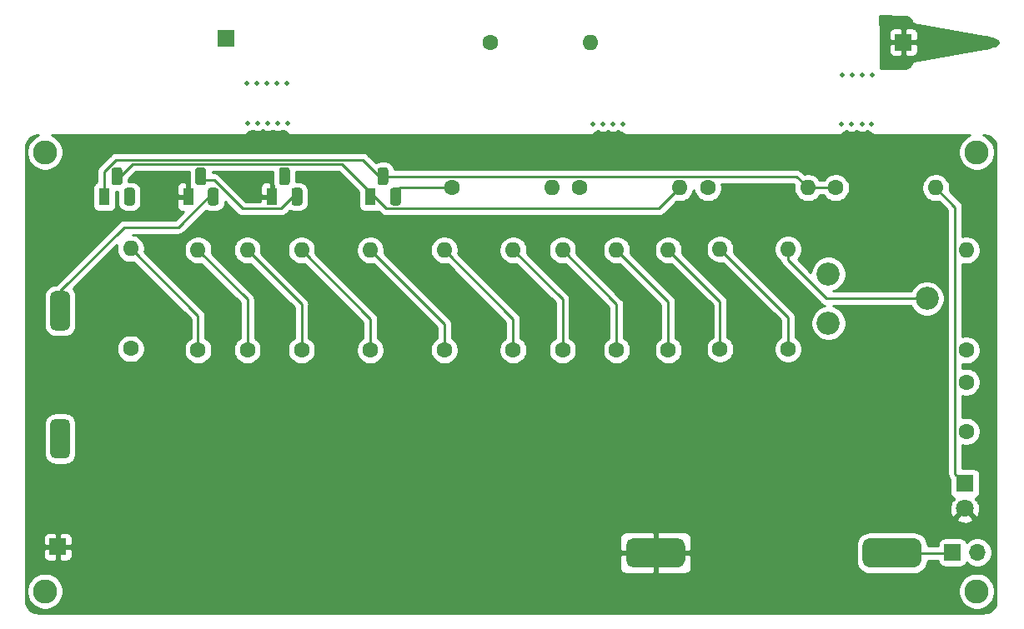
<source format=gbr>
%TF.GenerationSoftware,KiCad,Pcbnew,5.1.8*%
%TF.CreationDate,2020-11-27T20:44:41+01:00*%
%TF.ProjectId,SawToothOrganDIP,53617754-6f6f-4746-984f-7267616e4449,rev?*%
%TF.SameCoordinates,Original*%
%TF.FileFunction,Copper,L2,Bot*%
%TF.FilePolarity,Positive*%
%FSLAX46Y46*%
G04 Gerber Fmt 4.6, Leading zero omitted, Abs format (unit mm)*
G04 Created by KiCad (PCBNEW 5.1.8) date 2020-11-27 20:44:41*
%MOMM*%
%LPD*%
G01*
G04 APERTURE LIST*
%TA.AperFunction,ComponentPad*%
%ADD10C,0.495127*%
%TD*%
%TA.AperFunction,ComponentPad*%
%ADD11R,1.700000X1.700000*%
%TD*%
%TA.AperFunction,ComponentPad*%
%ADD12O,1.600000X1.600000*%
%TD*%
%TA.AperFunction,ComponentPad*%
%ADD13C,1.600000*%
%TD*%
%TA.AperFunction,ComponentPad*%
%ADD14C,2.455530*%
%TD*%
%TA.AperFunction,ComponentPad*%
%ADD15C,2.340000*%
%TD*%
%TA.AperFunction,ComponentPad*%
%ADD16R,1.100000X1.800000*%
%TD*%
%TA.AperFunction,ComponentPad*%
%ADD17C,1.800000*%
%TD*%
%TA.AperFunction,ComponentPad*%
%ADD18R,1.800000X1.800000*%
%TD*%
%TA.AperFunction,ComponentPad*%
%ADD19O,1.700000X1.700000*%
%TD*%
%TA.AperFunction,Conductor*%
%ADD20C,0.250000*%
%TD*%
%TA.AperFunction,Conductor*%
%ADD21C,0.254000*%
%TD*%
%TA.AperFunction,Conductor*%
%ADD22C,0.100000*%
%TD*%
G04 APERTURE END LIST*
D10*
%TO.P,Ref\u002A\u002A,2*%
%TO.N,N/C*%
X225939952Y-103010029D03*
%TO.P,Ref\u002A\u002A,1*%
X224939952Y-103010029D03*
%TD*%
%TO.P,Ref\u002A\u002A,2*%
%TO.N,N/C*%
X223889952Y-103010029D03*
%TO.P,Ref\u002A\u002A,1*%
X222889952Y-103010029D03*
%TD*%
%TO.P,Ref\u002A\u002A,2*%
%TO.N,N/C*%
X225909952Y-108000029D03*
%TO.P,Ref\u002A\u002A,1*%
X224909952Y-108000029D03*
%TD*%
%TO.P,Ref\u002A\u002A,2*%
%TO.N,N/C*%
X223859952Y-108000029D03*
%TO.P,Ref\u002A\u002A,1*%
X222859952Y-108000029D03*
%TD*%
D11*
%TO.P,J2,1*%
%TO.N,Net-(J2-Pad1)*%
X160350000Y-99300000D03*
%TD*%
D12*
%TO.P,R6,2*%
%TO.N,Net-(LS1-Pad1)*%
X235500000Y-120840000D03*
D13*
%TO.P,R6,1*%
%TO.N,GND*%
X235500000Y-131000000D03*
%TD*%
D10*
%TO.P,Ref\u002A\u002A,2*%
%TO.N,N/C*%
X163549952Y-107950029D03*
%TO.P,Ref\u002A\u002A,1*%
X162549952Y-107950029D03*
%TD*%
%TO.P,Ref\u002A\u002A,2*%
%TO.N,N/C*%
X165599952Y-107950029D03*
%TO.P,Ref\u002A\u002A,1*%
X164599952Y-107950029D03*
%TD*%
%TO.P,SW1,2*%
%TO.N,+9V*%
%TA.AperFunction,SMDPad,CuDef*%
G36*
G01*
X224950000Y-152350000D02*
X224950000Y-150850000D01*
G75*
G02*
X225700000Y-150100000I750000J0D01*
G01*
X230200000Y-150100000D01*
G75*
G02*
X230950000Y-150850000I0J-750000D01*
G01*
X230950000Y-152350000D01*
G75*
G02*
X230200000Y-153100000I-750000J0D01*
G01*
X225700000Y-153100000D01*
G75*
G02*
X224950000Y-152350000I0J750000D01*
G01*
G37*
%TD.AperFunction*%
%TO.P,SW1,1*%
%TO.N,VS*%
%TA.AperFunction,SMDPad,CuDef*%
G36*
G01*
X200950000Y-152350000D02*
X200950000Y-150850000D01*
G75*
G02*
X201700000Y-150100000I750000J0D01*
G01*
X206200000Y-150100000D01*
G75*
G02*
X206950000Y-150850000I0J-750000D01*
G01*
X206950000Y-152350000D01*
G75*
G02*
X206200000Y-153100000I-750000J0D01*
G01*
X201700000Y-153100000D01*
G75*
G02*
X200950000Y-152350000I0J750000D01*
G01*
G37*
%TD.AperFunction*%
%TD*%
%TO.P,Ref\u002A\u002A,1*%
%TO.N,N/C*%
X166599952Y-107950029D03*
%TD*%
%TO.P,Ref\u002A\u002A,1*%
%TO.N,N/C*%
X166499952Y-103850029D03*
%TD*%
%TO.P,Ref\u002A\u002A,1*%
%TO.N,N/C*%
X164499952Y-103850029D03*
%TO.P,Ref\u002A\u002A,2*%
X165499952Y-103850029D03*
%TD*%
%TO.P,Ref\u002A\u002A,1*%
%TO.N,N/C*%
X162449952Y-103850029D03*
%TO.P,Ref\u002A\u002A,2*%
X163449952Y-103850029D03*
%TD*%
%TO.P,Ref\u002A\u002A,2*%
%TO.N,N/C*%
X200649952Y-108000029D03*
%TO.P,Ref\u002A\u002A,1*%
X199649952Y-108000029D03*
%TD*%
%TO.P,Ref\u002A\u002A,2*%
%TO.N,N/C*%
X198599952Y-108000029D03*
%TO.P,Ref\u002A\u002A,1*%
X197599952Y-108000029D03*
%TD*%
%TO.P,LS1,2*%
%TO.N,Net-(LS1-Pad2)*%
%TA.AperFunction,ComponentPad*%
G36*
G01*
X144000000Y-129000000D02*
X143000000Y-129000000D01*
G75*
G02*
X142500000Y-128500000I0J500000D01*
G01*
X142500000Y-125500000D01*
G75*
G02*
X143000000Y-125000000I500000J0D01*
G01*
X144000000Y-125000000D01*
G75*
G02*
X144500000Y-125500000I0J-500000D01*
G01*
X144500000Y-128500000D01*
G75*
G02*
X144000000Y-129000000I-500000J0D01*
G01*
G37*
%TD.AperFunction*%
%TO.P,LS1,1*%
%TO.N,Net-(LS1-Pad1)*%
%TA.AperFunction,ComponentPad*%
G36*
G01*
X144000000Y-142000000D02*
X143000000Y-142000000D01*
G75*
G02*
X142500000Y-141500000I0J500000D01*
G01*
X142500000Y-138500000D01*
G75*
G02*
X143000000Y-138000000I500000J0D01*
G01*
X144000000Y-138000000D01*
G75*
G02*
X144500000Y-138500000I0J-500000D01*
G01*
X144500000Y-141500000D01*
G75*
G02*
X144000000Y-142000000I-500000J0D01*
G01*
G37*
%TD.AperFunction*%
%TD*%
D11*
%TO.P,J3,1*%
%TO.N,Net-(J3-Pad1)*%
X229100000Y-99700000D03*
%TD*%
%TO.P,J1,1*%
%TO.N,VS*%
X143250000Y-151000000D03*
%TD*%
D13*
%TO.P,C1,2*%
%TO.N,GND*%
X235500000Y-139250000D03*
%TO.P,C1,1*%
%TO.N,Net-(C1-Pad1)*%
X235500000Y-134250000D03*
%TD*%
D14*
%TO.P,Ref\u002A\u002A,4*%
%TO.N,N/C*%
X236550000Y-110900000D03*
%TO.P,Ref\u002A\u002A,3*%
X236550000Y-155492001D03*
%TO.P,Ref\u002A\u002A,2*%
X141957999Y-155492001D03*
%TO.P,Ref\u002A\u002A,1*%
X141957999Y-110900000D03*
%TD*%
D15*
%TO.P,RV6,1*%
%TO.N,Net-(C1-Pad1)*%
X221500000Y-128250000D03*
%TO.P,RV6,2*%
%TO.N,Net-(RK12-Pad2)*%
X231500000Y-125750000D03*
%TO.P,RV6,3*%
%TO.N,Net-(RV6-Pad3)*%
X221500000Y-123250000D03*
%TD*%
D12*
%TO.P,RK12,2*%
%TO.N,Net-(RK12-Pad2)*%
X217400000Y-120740000D03*
D13*
%TO.P,RK12,1*%
%TO.N,Net-(RK11-Pad2)*%
X217400000Y-130900000D03*
%TD*%
D12*
%TO.P,RK11,2*%
%TO.N,Net-(RK11-Pad2)*%
X210500000Y-120740000D03*
D13*
%TO.P,RK11,1*%
%TO.N,Net-(RK10-Pad2)*%
X210500000Y-130900000D03*
%TD*%
D12*
%TO.P,RK10,2*%
%TO.N,Net-(RK10-Pad2)*%
X205250000Y-120840000D03*
D13*
%TO.P,RK10,1*%
%TO.N,Net-(RK10-Pad1)*%
X205250000Y-131000000D03*
%TD*%
D12*
%TO.P,RK9,2*%
%TO.N,Net-(RK10-Pad1)*%
X200000000Y-120840000D03*
D13*
%TO.P,RK9,1*%
%TO.N,Net-(RK8-Pad2)*%
X200000000Y-131000000D03*
%TD*%
D12*
%TO.P,RK8,2*%
%TO.N,Net-(RK8-Pad2)*%
X194500000Y-120840000D03*
D13*
%TO.P,RK8,1*%
%TO.N,Net-(RK7-Pad2)*%
X194500000Y-131000000D03*
%TD*%
D12*
%TO.P,RK7,2*%
%TO.N,Net-(RK7-Pad2)*%
X189500000Y-120840000D03*
D13*
%TO.P,RK7,1*%
%TO.N,Net-(RK6-Pad2)*%
X189500000Y-131000000D03*
%TD*%
D12*
%TO.P,RK6,2*%
%TO.N,Net-(RK6-Pad2)*%
X182500000Y-120840000D03*
D13*
%TO.P,RK6,1*%
%TO.N,Net-(RK5-Pad2)*%
X182500000Y-131000000D03*
%TD*%
D12*
%TO.P,RK5,2*%
%TO.N,Net-(RK5-Pad2)*%
X175000000Y-120840000D03*
D13*
%TO.P,RK5,1*%
%TO.N,Net-(RK4-Pad2)*%
X175000000Y-131000000D03*
%TD*%
D12*
%TO.P,RK4,2*%
%TO.N,Net-(RK4-Pad2)*%
X168000000Y-120840000D03*
D13*
%TO.P,RK4,1*%
%TO.N,Net-(RK3-Pad2)*%
X168000000Y-131000000D03*
%TD*%
D12*
%TO.P,RK3,2*%
%TO.N,Net-(RK3-Pad2)*%
X162500000Y-120840000D03*
D13*
%TO.P,RK3,1*%
%TO.N,Net-(RK2-Pad2)*%
X162500000Y-131000000D03*
%TD*%
D12*
%TO.P,RK2,2*%
%TO.N,Net-(RK2-Pad2)*%
X157500000Y-120840000D03*
D13*
%TO.P,RK2,1*%
%TO.N,Net-(RK1-Pad2)*%
X157500000Y-131000000D03*
%TD*%
D12*
%TO.P,RK1,2*%
%TO.N,Net-(RK1-Pad2)*%
X150650000Y-120690000D03*
D13*
%TO.P,RK1,1*%
%TO.N,Net-(RK1-Pad1)*%
X150650000Y-130850000D03*
%TD*%
D12*
%TO.P,R5,2*%
%TO.N,Net-(Q3-Pad2)*%
X193410000Y-114500000D03*
D13*
%TO.P,R5,1*%
%TO.N,Net-(C1-Pad1)*%
X183250000Y-114500000D03*
%TD*%
D12*
%TO.P,R4,2*%
%TO.N,Net-(Q1-Pad2)*%
X206410000Y-114500000D03*
D13*
%TO.P,R4,1*%
%TO.N,GND*%
X196250000Y-114500000D03*
%TD*%
D12*
%TO.P,R3,2*%
%TO.N,Net-(J3-Pad1)*%
X197360000Y-99700000D03*
D13*
%TO.P,R3,1*%
%TO.N,Net-(J2-Pad1)*%
X187200000Y-99700000D03*
%TD*%
D12*
%TO.P,R2,2*%
%TO.N,Net-(D1-Pad1)*%
X232410000Y-114500000D03*
D13*
%TO.P,R2,1*%
%TO.N,Net-(Q1-Pad1)*%
X222250000Y-114500000D03*
%TD*%
D12*
%TO.P,R1,2*%
%TO.N,Net-(Q1-Pad1)*%
X219410000Y-114500000D03*
D13*
%TO.P,R1,1*%
%TO.N,GND*%
X209250000Y-114500000D03*
%TD*%
D16*
%TO.P,Q3,1*%
%TO.N,VS*%
X165000000Y-115400000D03*
%TO.P,Q3,3*%
%TO.N,Net-(Q2-Pad2)*%
%TA.AperFunction,ComponentPad*%
G36*
G01*
X166990000Y-116025000D02*
X166990000Y-114775000D01*
G75*
G02*
X167265000Y-114500000I275000J0D01*
G01*
X167815000Y-114500000D01*
G75*
G02*
X168090000Y-114775000I0J-275000D01*
G01*
X168090000Y-116025000D01*
G75*
G02*
X167815000Y-116300000I-275000J0D01*
G01*
X167265000Y-116300000D01*
G75*
G02*
X166990000Y-116025000I0J275000D01*
G01*
G37*
%TD.AperFunction*%
%TO.P,Q3,2*%
%TO.N,Net-(Q3-Pad2)*%
%TA.AperFunction,ComponentPad*%
G36*
G01*
X165720000Y-113955000D02*
X165720000Y-112705000D01*
G75*
G02*
X165995000Y-112430000I275000J0D01*
G01*
X166545000Y-112430000D01*
G75*
G02*
X166820000Y-112705000I0J-275000D01*
G01*
X166820000Y-113955000D01*
G75*
G02*
X166545000Y-114230000I-275000J0D01*
G01*
X165995000Y-114230000D01*
G75*
G02*
X165720000Y-113955000I0J275000D01*
G01*
G37*
%TD.AperFunction*%
%TD*%
%TO.P,Q2,1*%
%TO.N,VS*%
X156500000Y-115400000D03*
%TO.P,Q2,3*%
%TO.N,Net-(LS1-Pad2)*%
%TA.AperFunction,ComponentPad*%
G36*
G01*
X158490000Y-116025000D02*
X158490000Y-114775000D01*
G75*
G02*
X158765000Y-114500000I275000J0D01*
G01*
X159315000Y-114500000D01*
G75*
G02*
X159590000Y-114775000I0J-275000D01*
G01*
X159590000Y-116025000D01*
G75*
G02*
X159315000Y-116300000I-275000J0D01*
G01*
X158765000Y-116300000D01*
G75*
G02*
X158490000Y-116025000I0J275000D01*
G01*
G37*
%TD.AperFunction*%
%TO.P,Q2,2*%
%TO.N,Net-(Q2-Pad2)*%
%TA.AperFunction,ComponentPad*%
G36*
G01*
X157220000Y-113955000D02*
X157220000Y-112705000D01*
G75*
G02*
X157495000Y-112430000I275000J0D01*
G01*
X158045000Y-112430000D01*
G75*
G02*
X158320000Y-112705000I0J-275000D01*
G01*
X158320000Y-113955000D01*
G75*
G02*
X158045000Y-114230000I-275000J0D01*
G01*
X157495000Y-114230000D01*
G75*
G02*
X157220000Y-113955000I0J275000D01*
G01*
G37*
%TD.AperFunction*%
%TD*%
%TO.P,Q4,1*%
%TO.N,Net-(Q1-Pad2)*%
X175000000Y-115400000D03*
%TO.P,Q4,3*%
%TO.N,Net-(C1-Pad1)*%
%TA.AperFunction,ComponentPad*%
G36*
G01*
X176990000Y-116025000D02*
X176990000Y-114775000D01*
G75*
G02*
X177265000Y-114500000I275000J0D01*
G01*
X177815000Y-114500000D01*
G75*
G02*
X178090000Y-114775000I0J-275000D01*
G01*
X178090000Y-116025000D01*
G75*
G02*
X177815000Y-116300000I-275000J0D01*
G01*
X177265000Y-116300000D01*
G75*
G02*
X176990000Y-116025000I0J275000D01*
G01*
G37*
%TD.AperFunction*%
%TO.P,Q4,2*%
%TO.N,Net-(Q1-Pad1)*%
%TA.AperFunction,ComponentPad*%
G36*
G01*
X175720000Y-113955000D02*
X175720000Y-112705000D01*
G75*
G02*
X175995000Y-112430000I275000J0D01*
G01*
X176545000Y-112430000D01*
G75*
G02*
X176820000Y-112705000I0J-275000D01*
G01*
X176820000Y-113955000D01*
G75*
G02*
X176545000Y-114230000I-275000J0D01*
G01*
X175995000Y-114230000D01*
G75*
G02*
X175720000Y-113955000I0J275000D01*
G01*
G37*
%TD.AperFunction*%
%TD*%
%TO.P,Q1,1*%
%TO.N,Net-(Q1-Pad1)*%
X148000000Y-115400000D03*
%TO.P,Q1,3*%
%TO.N,GND*%
%TA.AperFunction,ComponentPad*%
G36*
G01*
X149990000Y-116025000D02*
X149990000Y-114775000D01*
G75*
G02*
X150265000Y-114500000I275000J0D01*
G01*
X150815000Y-114500000D01*
G75*
G02*
X151090000Y-114775000I0J-275000D01*
G01*
X151090000Y-116025000D01*
G75*
G02*
X150815000Y-116300000I-275000J0D01*
G01*
X150265000Y-116300000D01*
G75*
G02*
X149990000Y-116025000I0J275000D01*
G01*
G37*
%TD.AperFunction*%
%TO.P,Q1,2*%
%TO.N,Net-(Q1-Pad2)*%
%TA.AperFunction,ComponentPad*%
G36*
G01*
X148720000Y-113955000D02*
X148720000Y-112705000D01*
G75*
G02*
X148995000Y-112430000I275000J0D01*
G01*
X149545000Y-112430000D01*
G75*
G02*
X149820000Y-112705000I0J-275000D01*
G01*
X149820000Y-113955000D01*
G75*
G02*
X149545000Y-114230000I-275000J0D01*
G01*
X148995000Y-114230000D01*
G75*
G02*
X148720000Y-113955000I0J275000D01*
G01*
G37*
%TD.AperFunction*%
%TD*%
D17*
%TO.P,D1,2*%
%TO.N,VS*%
X235350000Y-147090000D03*
D18*
%TO.P,D1,1*%
%TO.N,Net-(D1-Pad1)*%
X235350000Y-144550000D03*
%TD*%
D19*
%TO.P,BT1,2*%
%TO.N,GND*%
X236640000Y-151550000D03*
D11*
%TO.P,BT1,1*%
%TO.N,+9V*%
X234100000Y-151550000D03*
%TD*%
D20*
%TO.N,+9V*%
X234050000Y-151600000D02*
X234100000Y-151550000D01*
X227950000Y-151600000D02*
X234050000Y-151600000D01*
%TO.N,Net-(C1-Pad1)*%
X178040000Y-114500000D02*
X177540000Y-115000000D01*
X183250000Y-114500000D02*
X178040000Y-114500000D01*
%TO.N,Net-(D1-Pad1)*%
X234374999Y-116464999D02*
X232410000Y-114500000D01*
X234374999Y-143574999D02*
X234374999Y-116464999D01*
X235350000Y-144550000D02*
X234374999Y-143574999D01*
%TO.N,Net-(Q1-Pad1)*%
X222250000Y-114500000D02*
X219410000Y-114500000D01*
X176625001Y-113374999D02*
X176270000Y-113730000D01*
X218284999Y-113374999D02*
X176625001Y-113374999D01*
X219410000Y-114500000D02*
X218284999Y-113374999D01*
X148000000Y-112851456D02*
X148000000Y-115000000D01*
X174194980Y-111654980D02*
X149196476Y-111654980D01*
X149196476Y-111654980D02*
X148000000Y-112851456D01*
X176270000Y-113730000D02*
X174194980Y-111654980D01*
%TO.N,Net-(Q1-Pad2)*%
X176625010Y-116625010D02*
X175000000Y-115000000D01*
X204284990Y-116625010D02*
X176625010Y-116625010D01*
X206410000Y-114500000D02*
X204284990Y-116625010D01*
X172104990Y-112104990D02*
X175000000Y-115000000D01*
X150895010Y-112104990D02*
X172104990Y-112104990D01*
X149270000Y-113730000D02*
X150895010Y-112104990D01*
%TO.N,Net-(LS1-Pad2)*%
X159040000Y-115000000D02*
X159000000Y-115000000D01*
X159000000Y-115000000D02*
X155500000Y-118500000D01*
X143500000Y-125000000D02*
X143500000Y-127000000D01*
X150000000Y-118500000D02*
X143500000Y-125000000D01*
X155500000Y-118500000D02*
X150000000Y-118500000D01*
%TO.N,Net-(RK1-Pad2)*%
X157500000Y-127540000D02*
X150650000Y-120690000D01*
X157500000Y-131000000D02*
X157500000Y-127540000D01*
%TO.N,Net-(RK2-Pad2)*%
X162500000Y-125840000D02*
X157500000Y-120840000D01*
X162500000Y-131000000D02*
X162500000Y-125840000D01*
%TO.N,Net-(RK3-Pad2)*%
X168000000Y-126340000D02*
X162500000Y-120840000D01*
X168000000Y-131000000D02*
X168000000Y-126340000D01*
%TO.N,Net-(RK4-Pad2)*%
X175000000Y-127840000D02*
X168000000Y-120840000D01*
X175000000Y-131000000D02*
X175000000Y-127840000D01*
%TO.N,Net-(RK5-Pad2)*%
X182500000Y-128340000D02*
X175000000Y-120840000D01*
X182500000Y-131000000D02*
X182500000Y-128340000D01*
%TO.N,Net-(RK6-Pad2)*%
X189500000Y-127840000D02*
X182500000Y-120840000D01*
X189500000Y-131000000D02*
X189500000Y-127840000D01*
%TO.N,Net-(RK7-Pad2)*%
X194500000Y-125840000D02*
X189500000Y-120840000D01*
X194500000Y-131000000D02*
X194500000Y-125840000D01*
%TO.N,Net-(RK8-Pad2)*%
X200000000Y-126340000D02*
X194500000Y-120840000D01*
X200000000Y-131000000D02*
X200000000Y-126340000D01*
%TO.N,Net-(RK10-Pad1)*%
X205250000Y-126090000D02*
X200000000Y-120840000D01*
X205250000Y-131000000D02*
X205250000Y-126090000D01*
%TO.N,Net-(RK10-Pad2)*%
X210500000Y-126090000D02*
X205250000Y-120840000D01*
X210500000Y-130900000D02*
X210500000Y-126090000D01*
%TO.N,Net-(RK11-Pad2)*%
X217400000Y-127640000D02*
X210500000Y-120740000D01*
X217400000Y-130900000D02*
X217400000Y-127640000D01*
%TO.N,Net-(RK12-Pad2)*%
X221278630Y-125750000D02*
X231500000Y-125750000D01*
X217400000Y-121871370D02*
X221278630Y-125750000D01*
X217400000Y-120740000D02*
X217400000Y-121871370D01*
%TO.N,Net-(Q2-Pad2)*%
X159118544Y-113730000D02*
X157770000Y-113730000D01*
X162013545Y-116625001D02*
X159118544Y-113730000D01*
X165914999Y-116625001D02*
X162013545Y-116625001D01*
X167540000Y-115000000D02*
X165914999Y-116625001D01*
%TD*%
D21*
%TO.N,VS*%
X164181902Y-108732146D02*
X164342518Y-108798675D01*
X164513027Y-108832592D01*
X164686877Y-108832592D01*
X164857386Y-108798675D01*
X165018002Y-108732146D01*
X165099952Y-108677389D01*
X165181902Y-108732146D01*
X165342518Y-108798675D01*
X165513027Y-108832592D01*
X165686877Y-108832592D01*
X165857386Y-108798675D01*
X166018002Y-108732146D01*
X166099952Y-108677389D01*
X166181902Y-108732146D01*
X166342518Y-108798675D01*
X166401321Y-108810372D01*
X166415107Y-108836163D01*
X166506956Y-108948081D01*
X166604312Y-109027979D01*
X166618874Y-109039930D01*
X166746561Y-109108180D01*
X166885109Y-109150208D01*
X167029194Y-109164399D01*
X167065299Y-109160843D01*
X197188149Y-109160843D01*
X197224254Y-109164399D01*
X197260359Y-109160843D01*
X197368339Y-109150208D01*
X197506887Y-109108180D01*
X197634574Y-109039930D01*
X197746492Y-108948081D01*
X197822354Y-108855643D01*
X197857386Y-108848675D01*
X198018002Y-108782146D01*
X198099952Y-108727389D01*
X198181902Y-108782146D01*
X198342518Y-108848675D01*
X198513027Y-108882592D01*
X198686877Y-108882592D01*
X198857386Y-108848675D01*
X199018002Y-108782146D01*
X199124952Y-108710684D01*
X199231902Y-108782146D01*
X199392518Y-108848675D01*
X199563027Y-108882592D01*
X199736877Y-108882592D01*
X199907386Y-108848675D01*
X200068002Y-108782146D01*
X200149952Y-108727389D01*
X200231902Y-108782146D01*
X200392518Y-108848675D01*
X200515154Y-108873069D01*
X200576715Y-108948081D01*
X200674071Y-109027979D01*
X200688633Y-109039930D01*
X200816320Y-109108180D01*
X200954868Y-109150208D01*
X201098953Y-109164399D01*
X201135058Y-109160843D01*
X222421237Y-109160843D01*
X222457342Y-109164399D01*
X222493447Y-109160843D01*
X222601427Y-109150208D01*
X222739975Y-109108180D01*
X222867662Y-109039930D01*
X222979580Y-108948081D01*
X223050191Y-108862041D01*
X223117386Y-108848675D01*
X223278002Y-108782146D01*
X223359952Y-108727389D01*
X223441902Y-108782146D01*
X223602518Y-108848675D01*
X223773027Y-108882592D01*
X223946877Y-108882592D01*
X224117386Y-108848675D01*
X224278002Y-108782146D01*
X224384952Y-108710684D01*
X224491902Y-108782146D01*
X224652518Y-108848675D01*
X224823027Y-108882592D01*
X224996877Y-108882592D01*
X225167386Y-108848675D01*
X225328002Y-108782146D01*
X225409952Y-108727389D01*
X225491902Y-108782146D01*
X225652518Y-108848675D01*
X225756579Y-108869374D01*
X225821172Y-108948081D01*
X225918528Y-109027979D01*
X225933090Y-109039930D01*
X226060777Y-109108180D01*
X226199325Y-109150208D01*
X226343410Y-109164399D01*
X226379515Y-109160843D01*
X235881057Y-109160843D01*
X235667650Y-109249239D01*
X235362557Y-109453096D01*
X235103096Y-109712557D01*
X234899239Y-110017650D01*
X234758820Y-110356652D01*
X234687235Y-110716534D01*
X234687235Y-111083466D01*
X234758820Y-111443348D01*
X234899239Y-111782350D01*
X235103096Y-112087443D01*
X235362557Y-112346904D01*
X235667650Y-112550761D01*
X236006652Y-112691180D01*
X236366534Y-112762765D01*
X236733466Y-112762765D01*
X237093348Y-112691180D01*
X237432350Y-112550761D01*
X237737443Y-112346904D01*
X237996904Y-112087443D01*
X238200761Y-111782350D01*
X238341180Y-111443348D01*
X238412765Y-111083466D01*
X238412765Y-110716534D01*
X238341180Y-110356652D01*
X238200761Y-110017650D01*
X237996904Y-109712557D01*
X237737443Y-109453096D01*
X237432350Y-109249239D01*
X237218943Y-109160843D01*
X237241636Y-109160843D01*
X237391375Y-109168354D01*
X237508489Y-109186128D01*
X237696915Y-109239336D01*
X237864044Y-109314612D01*
X238017274Y-109412633D01*
X238154428Y-109531355D01*
X238273145Y-109668503D01*
X238371162Y-109821728D01*
X238446442Y-109988867D01*
X238499650Y-110177291D01*
X238517424Y-110294403D01*
X238524937Y-110444170D01*
X238524936Y-156407591D01*
X238517424Y-156557335D01*
X238499650Y-156674451D01*
X238446442Y-156862874D01*
X238371164Y-157030008D01*
X238273145Y-157183236D01*
X238154428Y-157320384D01*
X238017274Y-157439106D01*
X237864044Y-157537127D01*
X237696915Y-157612403D01*
X237508489Y-157665611D01*
X237391376Y-157683385D01*
X237241630Y-157690897D01*
X141279167Y-157690897D01*
X141129418Y-157683385D01*
X141012260Y-157665606D01*
X140823784Y-157612391D01*
X140656562Y-157537090D01*
X140503253Y-157439046D01*
X140366020Y-157320295D01*
X140247234Y-157183118D01*
X140149171Y-157029888D01*
X140073864Y-156862769D01*
X140020638Y-156674376D01*
X140002859Y-156557294D01*
X139995345Y-156407584D01*
X139995345Y-155308535D01*
X140095234Y-155308535D01*
X140095234Y-155675467D01*
X140166819Y-156035349D01*
X140307238Y-156374351D01*
X140511095Y-156679444D01*
X140770556Y-156938905D01*
X141075649Y-157142762D01*
X141414651Y-157283181D01*
X141774533Y-157354766D01*
X142141465Y-157354766D01*
X142501347Y-157283181D01*
X142840349Y-157142762D01*
X143145442Y-156938905D01*
X143404903Y-156679444D01*
X143608760Y-156374351D01*
X143749179Y-156035349D01*
X143820764Y-155675467D01*
X143820764Y-155308535D01*
X234687235Y-155308535D01*
X234687235Y-155675467D01*
X234758820Y-156035349D01*
X234899239Y-156374351D01*
X235103096Y-156679444D01*
X235362557Y-156938905D01*
X235667650Y-157142762D01*
X236006652Y-157283181D01*
X236366534Y-157354766D01*
X236733466Y-157354766D01*
X237093348Y-157283181D01*
X237432350Y-157142762D01*
X237737443Y-156938905D01*
X237996904Y-156679444D01*
X238200761Y-156374351D01*
X238341180Y-156035349D01*
X238412765Y-155675467D01*
X238412765Y-155308535D01*
X238341180Y-154948653D01*
X238200761Y-154609651D01*
X237996904Y-154304558D01*
X237737443Y-154045097D01*
X237432350Y-153841240D01*
X237093348Y-153700821D01*
X236733466Y-153629236D01*
X236366534Y-153629236D01*
X236006652Y-153700821D01*
X235667650Y-153841240D01*
X235362557Y-154045097D01*
X235103096Y-154304558D01*
X234899239Y-154609651D01*
X234758820Y-154948653D01*
X234687235Y-155308535D01*
X143820764Y-155308535D01*
X143749179Y-154948653D01*
X143608760Y-154609651D01*
X143404903Y-154304558D01*
X143145442Y-154045097D01*
X142840349Y-153841240D01*
X142501347Y-153700821D01*
X142141465Y-153629236D01*
X141774533Y-153629236D01*
X141414651Y-153700821D01*
X141075649Y-153841240D01*
X140770556Y-154045097D01*
X140511095Y-154304558D01*
X140307238Y-154609651D01*
X140166819Y-154948653D01*
X140095234Y-155308535D01*
X139995345Y-155308535D01*
X139995345Y-153100000D01*
X200311928Y-153100000D01*
X200324188Y-153224482D01*
X200360498Y-153344180D01*
X200419463Y-153454494D01*
X200498815Y-153551185D01*
X200595506Y-153630537D01*
X200705820Y-153689502D01*
X200825518Y-153725812D01*
X200950000Y-153738072D01*
X203664250Y-153735000D01*
X203823000Y-153576250D01*
X203823000Y-151727000D01*
X204077000Y-151727000D01*
X204077000Y-153576250D01*
X204235750Y-153735000D01*
X206950000Y-153738072D01*
X207074482Y-153725812D01*
X207194180Y-153689502D01*
X207304494Y-153630537D01*
X207401185Y-153551185D01*
X207480537Y-153454494D01*
X207539502Y-153344180D01*
X207575812Y-153224482D01*
X207588072Y-153100000D01*
X207585000Y-151885750D01*
X207426250Y-151727000D01*
X204077000Y-151727000D01*
X203823000Y-151727000D01*
X200473750Y-151727000D01*
X200315000Y-151885750D01*
X200311928Y-153100000D01*
X139995345Y-153100000D01*
X139995345Y-151850000D01*
X141761928Y-151850000D01*
X141774188Y-151974482D01*
X141810498Y-152094180D01*
X141869463Y-152204494D01*
X141948815Y-152301185D01*
X142045506Y-152380537D01*
X142155820Y-152439502D01*
X142275518Y-152475812D01*
X142400000Y-152488072D01*
X142964250Y-152485000D01*
X143123000Y-152326250D01*
X143123000Y-151127000D01*
X143377000Y-151127000D01*
X143377000Y-152326250D01*
X143535750Y-152485000D01*
X144100000Y-152488072D01*
X144224482Y-152475812D01*
X144344180Y-152439502D01*
X144454494Y-152380537D01*
X144551185Y-152301185D01*
X144630537Y-152204494D01*
X144689502Y-152094180D01*
X144725812Y-151974482D01*
X144738072Y-151850000D01*
X144735000Y-151285750D01*
X144576250Y-151127000D01*
X143377000Y-151127000D01*
X143123000Y-151127000D01*
X141923750Y-151127000D01*
X141765000Y-151285750D01*
X141761928Y-151850000D01*
X139995345Y-151850000D01*
X139995345Y-150150000D01*
X141761928Y-150150000D01*
X141765000Y-150714250D01*
X141923750Y-150873000D01*
X143123000Y-150873000D01*
X143123000Y-149673750D01*
X143377000Y-149673750D01*
X143377000Y-150873000D01*
X144576250Y-150873000D01*
X144735000Y-150714250D01*
X144738072Y-150150000D01*
X144733148Y-150100000D01*
X200311928Y-150100000D01*
X200315000Y-151314250D01*
X200473750Y-151473000D01*
X203823000Y-151473000D01*
X203823000Y-149623750D01*
X204077000Y-149623750D01*
X204077000Y-151473000D01*
X207426250Y-151473000D01*
X207585000Y-151314250D01*
X207586174Y-150850000D01*
X224311928Y-150850000D01*
X224311928Y-152350000D01*
X224338599Y-152620799D01*
X224417589Y-152881192D01*
X224545860Y-153121171D01*
X224718485Y-153331515D01*
X224928829Y-153504140D01*
X225168808Y-153632411D01*
X225429201Y-153711401D01*
X225700000Y-153738072D01*
X230200000Y-153738072D01*
X230470799Y-153711401D01*
X230731192Y-153632411D01*
X230971171Y-153504140D01*
X231181515Y-153331515D01*
X231354140Y-153121171D01*
X231482411Y-152881192D01*
X231561401Y-152620799D01*
X231587087Y-152360000D01*
X232611928Y-152360000D01*
X232611928Y-152400000D01*
X232624188Y-152524482D01*
X232660498Y-152644180D01*
X232719463Y-152754494D01*
X232798815Y-152851185D01*
X232895506Y-152930537D01*
X233005820Y-152989502D01*
X233125518Y-153025812D01*
X233250000Y-153038072D01*
X234950000Y-153038072D01*
X235074482Y-153025812D01*
X235194180Y-152989502D01*
X235304494Y-152930537D01*
X235401185Y-152851185D01*
X235480537Y-152754494D01*
X235539502Y-152644180D01*
X235561513Y-152571620D01*
X235693368Y-152703475D01*
X235936589Y-152865990D01*
X236206842Y-152977932D01*
X236493740Y-153035000D01*
X236786260Y-153035000D01*
X237073158Y-152977932D01*
X237343411Y-152865990D01*
X237586632Y-152703475D01*
X237793475Y-152496632D01*
X237955990Y-152253411D01*
X238067932Y-151983158D01*
X238125000Y-151696260D01*
X238125000Y-151403740D01*
X238067932Y-151116842D01*
X237955990Y-150846589D01*
X237793475Y-150603368D01*
X237586632Y-150396525D01*
X237343411Y-150234010D01*
X237073158Y-150122068D01*
X236786260Y-150065000D01*
X236493740Y-150065000D01*
X236206842Y-150122068D01*
X235936589Y-150234010D01*
X235693368Y-150396525D01*
X235561513Y-150528380D01*
X235539502Y-150455820D01*
X235480537Y-150345506D01*
X235401185Y-150248815D01*
X235304494Y-150169463D01*
X235194180Y-150110498D01*
X235074482Y-150074188D01*
X234950000Y-150061928D01*
X233250000Y-150061928D01*
X233125518Y-150074188D01*
X233005820Y-150110498D01*
X232895506Y-150169463D01*
X232798815Y-150248815D01*
X232719463Y-150345506D01*
X232660498Y-150455820D01*
X232624188Y-150575518D01*
X232611928Y-150700000D01*
X232611928Y-150840000D01*
X231587087Y-150840000D01*
X231561401Y-150579201D01*
X231482411Y-150318808D01*
X231354140Y-150078829D01*
X231181515Y-149868485D01*
X230971171Y-149695860D01*
X230731192Y-149567589D01*
X230470799Y-149488599D01*
X230200000Y-149461928D01*
X225700000Y-149461928D01*
X225429201Y-149488599D01*
X225168808Y-149567589D01*
X224928829Y-149695860D01*
X224718485Y-149868485D01*
X224545860Y-150078829D01*
X224417589Y-150318808D01*
X224338599Y-150579201D01*
X224311928Y-150850000D01*
X207586174Y-150850000D01*
X207588072Y-150100000D01*
X207575812Y-149975518D01*
X207539502Y-149855820D01*
X207480537Y-149745506D01*
X207401185Y-149648815D01*
X207304494Y-149569463D01*
X207194180Y-149510498D01*
X207074482Y-149474188D01*
X206950000Y-149461928D01*
X204235750Y-149465000D01*
X204077000Y-149623750D01*
X203823000Y-149623750D01*
X203664250Y-149465000D01*
X200950000Y-149461928D01*
X200825518Y-149474188D01*
X200705820Y-149510498D01*
X200595506Y-149569463D01*
X200498815Y-149648815D01*
X200419463Y-149745506D01*
X200360498Y-149855820D01*
X200324188Y-149975518D01*
X200311928Y-150100000D01*
X144733148Y-150100000D01*
X144725812Y-150025518D01*
X144689502Y-149905820D01*
X144630537Y-149795506D01*
X144551185Y-149698815D01*
X144454494Y-149619463D01*
X144344180Y-149560498D01*
X144224482Y-149524188D01*
X144100000Y-149511928D01*
X143535750Y-149515000D01*
X143377000Y-149673750D01*
X143123000Y-149673750D01*
X142964250Y-149515000D01*
X142400000Y-149511928D01*
X142275518Y-149524188D01*
X142155820Y-149560498D01*
X142045506Y-149619463D01*
X141948815Y-149698815D01*
X141869463Y-149795506D01*
X141810498Y-149905820D01*
X141774188Y-150025518D01*
X141761928Y-150150000D01*
X139995345Y-150150000D01*
X139995345Y-148154080D01*
X234465525Y-148154080D01*
X234549208Y-148408261D01*
X234821775Y-148539158D01*
X235114642Y-148614365D01*
X235416553Y-148630991D01*
X235715907Y-148588397D01*
X236001199Y-148488222D01*
X236150792Y-148408261D01*
X236234475Y-148154080D01*
X235350000Y-147269605D01*
X234465525Y-148154080D01*
X139995345Y-148154080D01*
X139995345Y-138500000D01*
X141861928Y-138500000D01*
X141861928Y-141500000D01*
X141883796Y-141722027D01*
X141948559Y-141935521D01*
X142053728Y-142132279D01*
X142195262Y-142304738D01*
X142367721Y-142446272D01*
X142564479Y-142551441D01*
X142777973Y-142616204D01*
X143000000Y-142638072D01*
X144000000Y-142638072D01*
X144222027Y-142616204D01*
X144435521Y-142551441D01*
X144632279Y-142446272D01*
X144804738Y-142304738D01*
X144946272Y-142132279D01*
X145051441Y-141935521D01*
X145116204Y-141722027D01*
X145138072Y-141500000D01*
X145138072Y-138500000D01*
X145116204Y-138277973D01*
X145051441Y-138064479D01*
X144946272Y-137867721D01*
X144804738Y-137695262D01*
X144632279Y-137553728D01*
X144435521Y-137448559D01*
X144222027Y-137383796D01*
X144000000Y-137361928D01*
X143000000Y-137361928D01*
X142777973Y-137383796D01*
X142564479Y-137448559D01*
X142367721Y-137553728D01*
X142195262Y-137695262D01*
X142053728Y-137867721D01*
X141948559Y-138064479D01*
X141883796Y-138277973D01*
X141861928Y-138500000D01*
X139995345Y-138500000D01*
X139995345Y-130708665D01*
X149215000Y-130708665D01*
X149215000Y-130991335D01*
X149270147Y-131268574D01*
X149378320Y-131529727D01*
X149535363Y-131764759D01*
X149735241Y-131964637D01*
X149970273Y-132121680D01*
X150231426Y-132229853D01*
X150508665Y-132285000D01*
X150791335Y-132285000D01*
X151068574Y-132229853D01*
X151329727Y-132121680D01*
X151564759Y-131964637D01*
X151764637Y-131764759D01*
X151921680Y-131529727D01*
X152029853Y-131268574D01*
X152085000Y-130991335D01*
X152085000Y-130708665D01*
X152029853Y-130431426D01*
X151921680Y-130170273D01*
X151764637Y-129935241D01*
X151564759Y-129735363D01*
X151329727Y-129578320D01*
X151068574Y-129470147D01*
X150791335Y-129415000D01*
X150508665Y-129415000D01*
X150231426Y-129470147D01*
X149970273Y-129578320D01*
X149735241Y-129735363D01*
X149535363Y-129935241D01*
X149378320Y-130170273D01*
X149270147Y-130431426D01*
X149215000Y-130708665D01*
X139995345Y-130708665D01*
X139995345Y-125500000D01*
X141861928Y-125500000D01*
X141861928Y-128500000D01*
X141883796Y-128722027D01*
X141948559Y-128935521D01*
X142053728Y-129132279D01*
X142195262Y-129304738D01*
X142367721Y-129446272D01*
X142564479Y-129551441D01*
X142777973Y-129616204D01*
X143000000Y-129638072D01*
X144000000Y-129638072D01*
X144222027Y-129616204D01*
X144435521Y-129551441D01*
X144632279Y-129446272D01*
X144804738Y-129304738D01*
X144946272Y-129132279D01*
X145051441Y-128935521D01*
X145116204Y-128722027D01*
X145138072Y-128500000D01*
X145138072Y-125500000D01*
X145116204Y-125277973D01*
X145051441Y-125064479D01*
X144946272Y-124867721D01*
X144838455Y-124736346D01*
X149261896Y-120312906D01*
X149215000Y-120548665D01*
X149215000Y-120831335D01*
X149270147Y-121108574D01*
X149378320Y-121369727D01*
X149535363Y-121604759D01*
X149735241Y-121804637D01*
X149970273Y-121961680D01*
X150231426Y-122069853D01*
X150508665Y-122125000D01*
X150791335Y-122125000D01*
X150973887Y-122088688D01*
X156740001Y-127854803D01*
X156740000Y-129781956D01*
X156585241Y-129885363D01*
X156385363Y-130085241D01*
X156228320Y-130320273D01*
X156120147Y-130581426D01*
X156065000Y-130858665D01*
X156065000Y-131141335D01*
X156120147Y-131418574D01*
X156228320Y-131679727D01*
X156385363Y-131914759D01*
X156585241Y-132114637D01*
X156820273Y-132271680D01*
X157081426Y-132379853D01*
X157358665Y-132435000D01*
X157641335Y-132435000D01*
X157918574Y-132379853D01*
X158179727Y-132271680D01*
X158414759Y-132114637D01*
X158614637Y-131914759D01*
X158771680Y-131679727D01*
X158879853Y-131418574D01*
X158935000Y-131141335D01*
X158935000Y-130858665D01*
X158879853Y-130581426D01*
X158771680Y-130320273D01*
X158614637Y-130085241D01*
X158414759Y-129885363D01*
X158260000Y-129781957D01*
X158260000Y-127577323D01*
X158263676Y-127540000D01*
X158260000Y-127502677D01*
X158260000Y-127502667D01*
X158249003Y-127391014D01*
X158205546Y-127247753D01*
X158154383Y-127152035D01*
X158134974Y-127115723D01*
X158063799Y-127028997D01*
X158040001Y-126999999D01*
X158011003Y-126976201D01*
X152048688Y-121013887D01*
X152085000Y-120831335D01*
X152085000Y-120698665D01*
X156065000Y-120698665D01*
X156065000Y-120981335D01*
X156120147Y-121258574D01*
X156228320Y-121519727D01*
X156385363Y-121754759D01*
X156585241Y-121954637D01*
X156820273Y-122111680D01*
X157081426Y-122219853D01*
X157358665Y-122275000D01*
X157641335Y-122275000D01*
X157823887Y-122238688D01*
X161740001Y-126154803D01*
X161740000Y-129781956D01*
X161585241Y-129885363D01*
X161385363Y-130085241D01*
X161228320Y-130320273D01*
X161120147Y-130581426D01*
X161065000Y-130858665D01*
X161065000Y-131141335D01*
X161120147Y-131418574D01*
X161228320Y-131679727D01*
X161385363Y-131914759D01*
X161585241Y-132114637D01*
X161820273Y-132271680D01*
X162081426Y-132379853D01*
X162358665Y-132435000D01*
X162641335Y-132435000D01*
X162918574Y-132379853D01*
X163179727Y-132271680D01*
X163414759Y-132114637D01*
X163614637Y-131914759D01*
X163771680Y-131679727D01*
X163879853Y-131418574D01*
X163935000Y-131141335D01*
X163935000Y-130858665D01*
X163879853Y-130581426D01*
X163771680Y-130320273D01*
X163614637Y-130085241D01*
X163414759Y-129885363D01*
X163260000Y-129781957D01*
X163260000Y-125877323D01*
X163263676Y-125840000D01*
X163260000Y-125802677D01*
X163260000Y-125802667D01*
X163249003Y-125691014D01*
X163205546Y-125547753D01*
X163134974Y-125415724D01*
X163040001Y-125299999D01*
X163011003Y-125276201D01*
X158898688Y-121163887D01*
X158935000Y-120981335D01*
X158935000Y-120698665D01*
X161065000Y-120698665D01*
X161065000Y-120981335D01*
X161120147Y-121258574D01*
X161228320Y-121519727D01*
X161385363Y-121754759D01*
X161585241Y-121954637D01*
X161820273Y-122111680D01*
X162081426Y-122219853D01*
X162358665Y-122275000D01*
X162641335Y-122275000D01*
X162823887Y-122238688D01*
X167240001Y-126654803D01*
X167240000Y-129781956D01*
X167085241Y-129885363D01*
X166885363Y-130085241D01*
X166728320Y-130320273D01*
X166620147Y-130581426D01*
X166565000Y-130858665D01*
X166565000Y-131141335D01*
X166620147Y-131418574D01*
X166728320Y-131679727D01*
X166885363Y-131914759D01*
X167085241Y-132114637D01*
X167320273Y-132271680D01*
X167581426Y-132379853D01*
X167858665Y-132435000D01*
X168141335Y-132435000D01*
X168418574Y-132379853D01*
X168679727Y-132271680D01*
X168914759Y-132114637D01*
X169114637Y-131914759D01*
X169271680Y-131679727D01*
X169379853Y-131418574D01*
X169435000Y-131141335D01*
X169435000Y-130858665D01*
X169379853Y-130581426D01*
X169271680Y-130320273D01*
X169114637Y-130085241D01*
X168914759Y-129885363D01*
X168760000Y-129781957D01*
X168760000Y-126377333D01*
X168763677Y-126340000D01*
X168749003Y-126191014D01*
X168705546Y-126047753D01*
X168634974Y-125915724D01*
X168563799Y-125828997D01*
X168540001Y-125799999D01*
X168511003Y-125776201D01*
X163898688Y-121163887D01*
X163935000Y-120981335D01*
X163935000Y-120698665D01*
X166565000Y-120698665D01*
X166565000Y-120981335D01*
X166620147Y-121258574D01*
X166728320Y-121519727D01*
X166885363Y-121754759D01*
X167085241Y-121954637D01*
X167320273Y-122111680D01*
X167581426Y-122219853D01*
X167858665Y-122275000D01*
X168141335Y-122275000D01*
X168323887Y-122238688D01*
X174240001Y-128154803D01*
X174240000Y-129781956D01*
X174085241Y-129885363D01*
X173885363Y-130085241D01*
X173728320Y-130320273D01*
X173620147Y-130581426D01*
X173565000Y-130858665D01*
X173565000Y-131141335D01*
X173620147Y-131418574D01*
X173728320Y-131679727D01*
X173885363Y-131914759D01*
X174085241Y-132114637D01*
X174320273Y-132271680D01*
X174581426Y-132379853D01*
X174858665Y-132435000D01*
X175141335Y-132435000D01*
X175418574Y-132379853D01*
X175679727Y-132271680D01*
X175914759Y-132114637D01*
X176114637Y-131914759D01*
X176271680Y-131679727D01*
X176379853Y-131418574D01*
X176435000Y-131141335D01*
X176435000Y-130858665D01*
X176379853Y-130581426D01*
X176271680Y-130320273D01*
X176114637Y-130085241D01*
X175914759Y-129885363D01*
X175760000Y-129781957D01*
X175760000Y-127877323D01*
X175763676Y-127840000D01*
X175760000Y-127802677D01*
X175760000Y-127802667D01*
X175749003Y-127691014D01*
X175705546Y-127547753D01*
X175672343Y-127485635D01*
X175634974Y-127415723D01*
X175563799Y-127328997D01*
X175540001Y-127299999D01*
X175511003Y-127276201D01*
X169398688Y-121163887D01*
X169435000Y-120981335D01*
X169435000Y-120698665D01*
X173565000Y-120698665D01*
X173565000Y-120981335D01*
X173620147Y-121258574D01*
X173728320Y-121519727D01*
X173885363Y-121754759D01*
X174085241Y-121954637D01*
X174320273Y-122111680D01*
X174581426Y-122219853D01*
X174858665Y-122275000D01*
X175141335Y-122275000D01*
X175323887Y-122238688D01*
X181740001Y-128654803D01*
X181740000Y-129781956D01*
X181585241Y-129885363D01*
X181385363Y-130085241D01*
X181228320Y-130320273D01*
X181120147Y-130581426D01*
X181065000Y-130858665D01*
X181065000Y-131141335D01*
X181120147Y-131418574D01*
X181228320Y-131679727D01*
X181385363Y-131914759D01*
X181585241Y-132114637D01*
X181820273Y-132271680D01*
X182081426Y-132379853D01*
X182358665Y-132435000D01*
X182641335Y-132435000D01*
X182918574Y-132379853D01*
X183179727Y-132271680D01*
X183414759Y-132114637D01*
X183614637Y-131914759D01*
X183771680Y-131679727D01*
X183879853Y-131418574D01*
X183935000Y-131141335D01*
X183935000Y-130858665D01*
X183879853Y-130581426D01*
X183771680Y-130320273D01*
X183614637Y-130085241D01*
X183414759Y-129885363D01*
X183260000Y-129781957D01*
X183260000Y-128377325D01*
X183263676Y-128340000D01*
X183260000Y-128302675D01*
X183260000Y-128302667D01*
X183249003Y-128191014D01*
X183205546Y-128047753D01*
X183134974Y-127915724D01*
X183040001Y-127799999D01*
X183011003Y-127776201D01*
X176398688Y-121163887D01*
X176435000Y-120981335D01*
X176435000Y-120698665D01*
X181065000Y-120698665D01*
X181065000Y-120981335D01*
X181120147Y-121258574D01*
X181228320Y-121519727D01*
X181385363Y-121754759D01*
X181585241Y-121954637D01*
X181820273Y-122111680D01*
X182081426Y-122219853D01*
X182358665Y-122275000D01*
X182641335Y-122275000D01*
X182823887Y-122238688D01*
X188740001Y-128154803D01*
X188740000Y-129781956D01*
X188585241Y-129885363D01*
X188385363Y-130085241D01*
X188228320Y-130320273D01*
X188120147Y-130581426D01*
X188065000Y-130858665D01*
X188065000Y-131141335D01*
X188120147Y-131418574D01*
X188228320Y-131679727D01*
X188385363Y-131914759D01*
X188585241Y-132114637D01*
X188820273Y-132271680D01*
X189081426Y-132379853D01*
X189358665Y-132435000D01*
X189641335Y-132435000D01*
X189918574Y-132379853D01*
X190179727Y-132271680D01*
X190414759Y-132114637D01*
X190614637Y-131914759D01*
X190771680Y-131679727D01*
X190879853Y-131418574D01*
X190935000Y-131141335D01*
X190935000Y-130858665D01*
X190879853Y-130581426D01*
X190771680Y-130320273D01*
X190614637Y-130085241D01*
X190414759Y-129885363D01*
X190260000Y-129781957D01*
X190260000Y-127877323D01*
X190263676Y-127840000D01*
X190260000Y-127802677D01*
X190260000Y-127802667D01*
X190249003Y-127691014D01*
X190205546Y-127547753D01*
X190172343Y-127485635D01*
X190134974Y-127415723D01*
X190063799Y-127328997D01*
X190040001Y-127299999D01*
X190011003Y-127276201D01*
X183898688Y-121163887D01*
X183935000Y-120981335D01*
X183935000Y-120698665D01*
X188065000Y-120698665D01*
X188065000Y-120981335D01*
X188120147Y-121258574D01*
X188228320Y-121519727D01*
X188385363Y-121754759D01*
X188585241Y-121954637D01*
X188820273Y-122111680D01*
X189081426Y-122219853D01*
X189358665Y-122275000D01*
X189641335Y-122275000D01*
X189823887Y-122238688D01*
X193740001Y-126154803D01*
X193740000Y-129781956D01*
X193585241Y-129885363D01*
X193385363Y-130085241D01*
X193228320Y-130320273D01*
X193120147Y-130581426D01*
X193065000Y-130858665D01*
X193065000Y-131141335D01*
X193120147Y-131418574D01*
X193228320Y-131679727D01*
X193385363Y-131914759D01*
X193585241Y-132114637D01*
X193820273Y-132271680D01*
X194081426Y-132379853D01*
X194358665Y-132435000D01*
X194641335Y-132435000D01*
X194918574Y-132379853D01*
X195179727Y-132271680D01*
X195414759Y-132114637D01*
X195614637Y-131914759D01*
X195771680Y-131679727D01*
X195879853Y-131418574D01*
X195935000Y-131141335D01*
X195935000Y-130858665D01*
X195879853Y-130581426D01*
X195771680Y-130320273D01*
X195614637Y-130085241D01*
X195414759Y-129885363D01*
X195260000Y-129781957D01*
X195260000Y-125877323D01*
X195263676Y-125840000D01*
X195260000Y-125802677D01*
X195260000Y-125802667D01*
X195249003Y-125691014D01*
X195205546Y-125547753D01*
X195134974Y-125415724D01*
X195040001Y-125299999D01*
X195011003Y-125276201D01*
X190898688Y-121163887D01*
X190935000Y-120981335D01*
X190935000Y-120698665D01*
X193065000Y-120698665D01*
X193065000Y-120981335D01*
X193120147Y-121258574D01*
X193228320Y-121519727D01*
X193385363Y-121754759D01*
X193585241Y-121954637D01*
X193820273Y-122111680D01*
X194081426Y-122219853D01*
X194358665Y-122275000D01*
X194641335Y-122275000D01*
X194823887Y-122238688D01*
X199240001Y-126654803D01*
X199240000Y-129781956D01*
X199085241Y-129885363D01*
X198885363Y-130085241D01*
X198728320Y-130320273D01*
X198620147Y-130581426D01*
X198565000Y-130858665D01*
X198565000Y-131141335D01*
X198620147Y-131418574D01*
X198728320Y-131679727D01*
X198885363Y-131914759D01*
X199085241Y-132114637D01*
X199320273Y-132271680D01*
X199581426Y-132379853D01*
X199858665Y-132435000D01*
X200141335Y-132435000D01*
X200418574Y-132379853D01*
X200679727Y-132271680D01*
X200914759Y-132114637D01*
X201114637Y-131914759D01*
X201271680Y-131679727D01*
X201379853Y-131418574D01*
X201435000Y-131141335D01*
X201435000Y-130858665D01*
X201379853Y-130581426D01*
X201271680Y-130320273D01*
X201114637Y-130085241D01*
X200914759Y-129885363D01*
X200760000Y-129781957D01*
X200760000Y-126377333D01*
X200763677Y-126340000D01*
X200749003Y-126191014D01*
X200705546Y-126047753D01*
X200634974Y-125915724D01*
X200563799Y-125828997D01*
X200540001Y-125799999D01*
X200511003Y-125776201D01*
X195898688Y-121163887D01*
X195935000Y-120981335D01*
X195935000Y-120698665D01*
X198565000Y-120698665D01*
X198565000Y-120981335D01*
X198620147Y-121258574D01*
X198728320Y-121519727D01*
X198885363Y-121754759D01*
X199085241Y-121954637D01*
X199320273Y-122111680D01*
X199581426Y-122219853D01*
X199858665Y-122275000D01*
X200141335Y-122275000D01*
X200323887Y-122238688D01*
X204490001Y-126404803D01*
X204490000Y-129781956D01*
X204335241Y-129885363D01*
X204135363Y-130085241D01*
X203978320Y-130320273D01*
X203870147Y-130581426D01*
X203815000Y-130858665D01*
X203815000Y-131141335D01*
X203870147Y-131418574D01*
X203978320Y-131679727D01*
X204135363Y-131914759D01*
X204335241Y-132114637D01*
X204570273Y-132271680D01*
X204831426Y-132379853D01*
X205108665Y-132435000D01*
X205391335Y-132435000D01*
X205668574Y-132379853D01*
X205929727Y-132271680D01*
X206164759Y-132114637D01*
X206364637Y-131914759D01*
X206521680Y-131679727D01*
X206629853Y-131418574D01*
X206685000Y-131141335D01*
X206685000Y-130858665D01*
X206629853Y-130581426D01*
X206521680Y-130320273D01*
X206364637Y-130085241D01*
X206164759Y-129885363D01*
X206010000Y-129781957D01*
X206010000Y-126127322D01*
X206013676Y-126089999D01*
X206010000Y-126052676D01*
X206010000Y-126052667D01*
X205999003Y-125941014D01*
X205955546Y-125797753D01*
X205884974Y-125665724D01*
X205790001Y-125549999D01*
X205761003Y-125526201D01*
X201398688Y-121163887D01*
X201435000Y-120981335D01*
X201435000Y-120698665D01*
X203815000Y-120698665D01*
X203815000Y-120981335D01*
X203870147Y-121258574D01*
X203978320Y-121519727D01*
X204135363Y-121754759D01*
X204335241Y-121954637D01*
X204570273Y-122111680D01*
X204831426Y-122219853D01*
X205108665Y-122275000D01*
X205391335Y-122275000D01*
X205573887Y-122238688D01*
X209740001Y-126404803D01*
X209740000Y-129681956D01*
X209585241Y-129785363D01*
X209385363Y-129985241D01*
X209228320Y-130220273D01*
X209120147Y-130481426D01*
X209065000Y-130758665D01*
X209065000Y-131041335D01*
X209120147Y-131318574D01*
X209228320Y-131579727D01*
X209385363Y-131814759D01*
X209585241Y-132014637D01*
X209820273Y-132171680D01*
X210081426Y-132279853D01*
X210358665Y-132335000D01*
X210641335Y-132335000D01*
X210918574Y-132279853D01*
X211179727Y-132171680D01*
X211414759Y-132014637D01*
X211614637Y-131814759D01*
X211771680Y-131579727D01*
X211879853Y-131318574D01*
X211935000Y-131041335D01*
X211935000Y-130758665D01*
X211879853Y-130481426D01*
X211771680Y-130220273D01*
X211614637Y-129985241D01*
X211414759Y-129785363D01*
X211260000Y-129681957D01*
X211260000Y-126127322D01*
X211263676Y-126089999D01*
X211260000Y-126052676D01*
X211260000Y-126052667D01*
X211249003Y-125941014D01*
X211205546Y-125797753D01*
X211134974Y-125665724D01*
X211040001Y-125549999D01*
X211011003Y-125526201D01*
X206648688Y-121163887D01*
X206685000Y-120981335D01*
X206685000Y-120698665D01*
X206665109Y-120598665D01*
X209065000Y-120598665D01*
X209065000Y-120881335D01*
X209120147Y-121158574D01*
X209228320Y-121419727D01*
X209385363Y-121654759D01*
X209585241Y-121854637D01*
X209820273Y-122011680D01*
X210081426Y-122119853D01*
X210358665Y-122175000D01*
X210641335Y-122175000D01*
X210823887Y-122138688D01*
X216640001Y-127954803D01*
X216640000Y-129681956D01*
X216485241Y-129785363D01*
X216285363Y-129985241D01*
X216128320Y-130220273D01*
X216020147Y-130481426D01*
X215965000Y-130758665D01*
X215965000Y-131041335D01*
X216020147Y-131318574D01*
X216128320Y-131579727D01*
X216285363Y-131814759D01*
X216485241Y-132014637D01*
X216720273Y-132171680D01*
X216981426Y-132279853D01*
X217258665Y-132335000D01*
X217541335Y-132335000D01*
X217818574Y-132279853D01*
X218079727Y-132171680D01*
X218314759Y-132014637D01*
X218514637Y-131814759D01*
X218671680Y-131579727D01*
X218779853Y-131318574D01*
X218835000Y-131041335D01*
X218835000Y-130758665D01*
X218779853Y-130481426D01*
X218671680Y-130220273D01*
X218514637Y-129985241D01*
X218314759Y-129785363D01*
X218160000Y-129681957D01*
X218160000Y-127677333D01*
X218163677Y-127640000D01*
X218149003Y-127491014D01*
X218105546Y-127347753D01*
X218034974Y-127215724D01*
X217963799Y-127128997D01*
X217940001Y-127099999D01*
X217911003Y-127076201D01*
X211898688Y-121063887D01*
X211935000Y-120881335D01*
X211935000Y-120598665D01*
X215965000Y-120598665D01*
X215965000Y-120881335D01*
X216020147Y-121158574D01*
X216128320Y-121419727D01*
X216285363Y-121654759D01*
X216485241Y-121854637D01*
X216645203Y-121961520D01*
X216650144Y-122011680D01*
X216650998Y-122020355D01*
X216694454Y-122163616D01*
X216765026Y-122295646D01*
X216836201Y-122382372D01*
X216860000Y-122411371D01*
X216888998Y-122435169D01*
X220714831Y-126261003D01*
X220738629Y-126290001D01*
X220767627Y-126313799D01*
X220854353Y-126384974D01*
X220966653Y-126445000D01*
X220986383Y-126455546D01*
X221098391Y-126489523D01*
X220973501Y-126514365D01*
X220645012Y-126650429D01*
X220349379Y-126847965D01*
X220097965Y-127099379D01*
X219900429Y-127395012D01*
X219764365Y-127723501D01*
X219695000Y-128072223D01*
X219695000Y-128427777D01*
X219764365Y-128776499D01*
X219900429Y-129104988D01*
X220097965Y-129400621D01*
X220349379Y-129652035D01*
X220645012Y-129849571D01*
X220973501Y-129985635D01*
X221322223Y-130055000D01*
X221677777Y-130055000D01*
X222026499Y-129985635D01*
X222354988Y-129849571D01*
X222650621Y-129652035D01*
X222902035Y-129400621D01*
X223099571Y-129104988D01*
X223235635Y-128776499D01*
X223305000Y-128427777D01*
X223305000Y-128072223D01*
X223235635Y-127723501D01*
X223099571Y-127395012D01*
X222902035Y-127099379D01*
X222650621Y-126847965D01*
X222354988Y-126650429D01*
X222026499Y-126514365D01*
X222004555Y-126510000D01*
X229861084Y-126510000D01*
X229900429Y-126604988D01*
X230097965Y-126900621D01*
X230349379Y-127152035D01*
X230645012Y-127349571D01*
X230973501Y-127485635D01*
X231322223Y-127555000D01*
X231677777Y-127555000D01*
X232026499Y-127485635D01*
X232354988Y-127349571D01*
X232650621Y-127152035D01*
X232902035Y-126900621D01*
X233099571Y-126604988D01*
X233235635Y-126276499D01*
X233305000Y-125927777D01*
X233305000Y-125572223D01*
X233235635Y-125223501D01*
X233099571Y-124895012D01*
X232902035Y-124599379D01*
X232650621Y-124347965D01*
X232354988Y-124150429D01*
X232026499Y-124014365D01*
X231677777Y-123945000D01*
X231322223Y-123945000D01*
X230973501Y-124014365D01*
X230645012Y-124150429D01*
X230349379Y-124347965D01*
X230097965Y-124599379D01*
X229900429Y-124895012D01*
X229861084Y-124990000D01*
X222004555Y-124990000D01*
X222026499Y-124985635D01*
X222354988Y-124849571D01*
X222650621Y-124652035D01*
X222902035Y-124400621D01*
X223099571Y-124104988D01*
X223235635Y-123776499D01*
X223305000Y-123427777D01*
X223305000Y-123072223D01*
X223235635Y-122723501D01*
X223099571Y-122395012D01*
X222902035Y-122099379D01*
X222650621Y-121847965D01*
X222354988Y-121650429D01*
X222026499Y-121514365D01*
X221677777Y-121445000D01*
X221322223Y-121445000D01*
X220973501Y-121514365D01*
X220645012Y-121650429D01*
X220349379Y-121847965D01*
X220097965Y-122099379D01*
X219900429Y-122395012D01*
X219764365Y-122723501D01*
X219695000Y-123072223D01*
X219695000Y-123091569D01*
X218386414Y-121782982D01*
X218514637Y-121654759D01*
X218671680Y-121419727D01*
X218779853Y-121158574D01*
X218835000Y-120881335D01*
X218835000Y-120598665D01*
X218779853Y-120321426D01*
X218671680Y-120060273D01*
X218514637Y-119825241D01*
X218314759Y-119625363D01*
X218079727Y-119468320D01*
X217818574Y-119360147D01*
X217541335Y-119305000D01*
X217258665Y-119305000D01*
X216981426Y-119360147D01*
X216720273Y-119468320D01*
X216485241Y-119625363D01*
X216285363Y-119825241D01*
X216128320Y-120060273D01*
X216020147Y-120321426D01*
X215965000Y-120598665D01*
X211935000Y-120598665D01*
X211879853Y-120321426D01*
X211771680Y-120060273D01*
X211614637Y-119825241D01*
X211414759Y-119625363D01*
X211179727Y-119468320D01*
X210918574Y-119360147D01*
X210641335Y-119305000D01*
X210358665Y-119305000D01*
X210081426Y-119360147D01*
X209820273Y-119468320D01*
X209585241Y-119625363D01*
X209385363Y-119825241D01*
X209228320Y-120060273D01*
X209120147Y-120321426D01*
X209065000Y-120598665D01*
X206665109Y-120598665D01*
X206629853Y-120421426D01*
X206521680Y-120160273D01*
X206364637Y-119925241D01*
X206164759Y-119725363D01*
X205929727Y-119568320D01*
X205668574Y-119460147D01*
X205391335Y-119405000D01*
X205108665Y-119405000D01*
X204831426Y-119460147D01*
X204570273Y-119568320D01*
X204335241Y-119725363D01*
X204135363Y-119925241D01*
X203978320Y-120160273D01*
X203870147Y-120421426D01*
X203815000Y-120698665D01*
X201435000Y-120698665D01*
X201379853Y-120421426D01*
X201271680Y-120160273D01*
X201114637Y-119925241D01*
X200914759Y-119725363D01*
X200679727Y-119568320D01*
X200418574Y-119460147D01*
X200141335Y-119405000D01*
X199858665Y-119405000D01*
X199581426Y-119460147D01*
X199320273Y-119568320D01*
X199085241Y-119725363D01*
X198885363Y-119925241D01*
X198728320Y-120160273D01*
X198620147Y-120421426D01*
X198565000Y-120698665D01*
X195935000Y-120698665D01*
X195879853Y-120421426D01*
X195771680Y-120160273D01*
X195614637Y-119925241D01*
X195414759Y-119725363D01*
X195179727Y-119568320D01*
X194918574Y-119460147D01*
X194641335Y-119405000D01*
X194358665Y-119405000D01*
X194081426Y-119460147D01*
X193820273Y-119568320D01*
X193585241Y-119725363D01*
X193385363Y-119925241D01*
X193228320Y-120160273D01*
X193120147Y-120421426D01*
X193065000Y-120698665D01*
X190935000Y-120698665D01*
X190879853Y-120421426D01*
X190771680Y-120160273D01*
X190614637Y-119925241D01*
X190414759Y-119725363D01*
X190179727Y-119568320D01*
X189918574Y-119460147D01*
X189641335Y-119405000D01*
X189358665Y-119405000D01*
X189081426Y-119460147D01*
X188820273Y-119568320D01*
X188585241Y-119725363D01*
X188385363Y-119925241D01*
X188228320Y-120160273D01*
X188120147Y-120421426D01*
X188065000Y-120698665D01*
X183935000Y-120698665D01*
X183879853Y-120421426D01*
X183771680Y-120160273D01*
X183614637Y-119925241D01*
X183414759Y-119725363D01*
X183179727Y-119568320D01*
X182918574Y-119460147D01*
X182641335Y-119405000D01*
X182358665Y-119405000D01*
X182081426Y-119460147D01*
X181820273Y-119568320D01*
X181585241Y-119725363D01*
X181385363Y-119925241D01*
X181228320Y-120160273D01*
X181120147Y-120421426D01*
X181065000Y-120698665D01*
X176435000Y-120698665D01*
X176379853Y-120421426D01*
X176271680Y-120160273D01*
X176114637Y-119925241D01*
X175914759Y-119725363D01*
X175679727Y-119568320D01*
X175418574Y-119460147D01*
X175141335Y-119405000D01*
X174858665Y-119405000D01*
X174581426Y-119460147D01*
X174320273Y-119568320D01*
X174085241Y-119725363D01*
X173885363Y-119925241D01*
X173728320Y-120160273D01*
X173620147Y-120421426D01*
X173565000Y-120698665D01*
X169435000Y-120698665D01*
X169379853Y-120421426D01*
X169271680Y-120160273D01*
X169114637Y-119925241D01*
X168914759Y-119725363D01*
X168679727Y-119568320D01*
X168418574Y-119460147D01*
X168141335Y-119405000D01*
X167858665Y-119405000D01*
X167581426Y-119460147D01*
X167320273Y-119568320D01*
X167085241Y-119725363D01*
X166885363Y-119925241D01*
X166728320Y-120160273D01*
X166620147Y-120421426D01*
X166565000Y-120698665D01*
X163935000Y-120698665D01*
X163879853Y-120421426D01*
X163771680Y-120160273D01*
X163614637Y-119925241D01*
X163414759Y-119725363D01*
X163179727Y-119568320D01*
X162918574Y-119460147D01*
X162641335Y-119405000D01*
X162358665Y-119405000D01*
X162081426Y-119460147D01*
X161820273Y-119568320D01*
X161585241Y-119725363D01*
X161385363Y-119925241D01*
X161228320Y-120160273D01*
X161120147Y-120421426D01*
X161065000Y-120698665D01*
X158935000Y-120698665D01*
X158879853Y-120421426D01*
X158771680Y-120160273D01*
X158614637Y-119925241D01*
X158414759Y-119725363D01*
X158179727Y-119568320D01*
X157918574Y-119460147D01*
X157641335Y-119405000D01*
X157358665Y-119405000D01*
X157081426Y-119460147D01*
X156820273Y-119568320D01*
X156585241Y-119725363D01*
X156385363Y-119925241D01*
X156228320Y-120160273D01*
X156120147Y-120421426D01*
X156065000Y-120698665D01*
X152085000Y-120698665D01*
X152085000Y-120548665D01*
X152029853Y-120271426D01*
X151921680Y-120010273D01*
X151764637Y-119775241D01*
X151564759Y-119575363D01*
X151329727Y-119418320D01*
X151068574Y-119310147D01*
X150816471Y-119260000D01*
X155462678Y-119260000D01*
X155500000Y-119263676D01*
X155537322Y-119260000D01*
X155537333Y-119260000D01*
X155648986Y-119249003D01*
X155792247Y-119205546D01*
X155924276Y-119134974D01*
X156040001Y-119040001D01*
X156063804Y-119010997D01*
X158279155Y-116795647D01*
X158415582Y-116868569D01*
X158586868Y-116920528D01*
X158765000Y-116938072D01*
X159315000Y-116938072D01*
X159493132Y-116920528D01*
X159664418Y-116868569D01*
X159822276Y-116784192D01*
X159960639Y-116670639D01*
X160074192Y-116532276D01*
X160158569Y-116374418D01*
X160210528Y-116203132D01*
X160228072Y-116025000D01*
X160228072Y-115914330D01*
X161449746Y-117136004D01*
X161473544Y-117165002D01*
X161589269Y-117259975D01*
X161721298Y-117330547D01*
X161864559Y-117374004D01*
X161976212Y-117385001D01*
X161976220Y-117385001D01*
X162013545Y-117388677D01*
X162050870Y-117385001D01*
X165877677Y-117385001D01*
X165914999Y-117388677D01*
X165952321Y-117385001D01*
X165952332Y-117385001D01*
X166063985Y-117374004D01*
X166207246Y-117330547D01*
X166339275Y-117259975D01*
X166455000Y-117165002D01*
X166478802Y-117135999D01*
X166805221Y-116809580D01*
X166915582Y-116868569D01*
X167086868Y-116920528D01*
X167265000Y-116938072D01*
X167815000Y-116938072D01*
X167993132Y-116920528D01*
X168164418Y-116868569D01*
X168322276Y-116784192D01*
X168460639Y-116670639D01*
X168574192Y-116532276D01*
X168658569Y-116374418D01*
X168710528Y-116203132D01*
X168728072Y-116025000D01*
X168728072Y-114775000D01*
X168710528Y-114596868D01*
X168658569Y-114425582D01*
X168574192Y-114267724D01*
X168460639Y-114129361D01*
X168322276Y-114015808D01*
X168164418Y-113931431D01*
X167993132Y-113879472D01*
X167815000Y-113861928D01*
X167458072Y-113861928D01*
X167458072Y-112864990D01*
X171790189Y-112864990D01*
X173811928Y-114886731D01*
X173811928Y-116300000D01*
X173824188Y-116424482D01*
X173860498Y-116544180D01*
X173919463Y-116654494D01*
X173998815Y-116751185D01*
X174095506Y-116830537D01*
X174205820Y-116889502D01*
X174325518Y-116925812D01*
X174450000Y-116938072D01*
X175550000Y-116938072D01*
X175674482Y-116925812D01*
X175794180Y-116889502D01*
X175807552Y-116882354D01*
X176061211Y-117136013D01*
X176085009Y-117165011D01*
X176200734Y-117259984D01*
X176332763Y-117330556D01*
X176476024Y-117374013D01*
X176587677Y-117385010D01*
X176587686Y-117385010D01*
X176625009Y-117388686D01*
X176662332Y-117385010D01*
X204247668Y-117385010D01*
X204284990Y-117388686D01*
X204322312Y-117385010D01*
X204322323Y-117385010D01*
X204433976Y-117374013D01*
X204577237Y-117330556D01*
X204709266Y-117259984D01*
X204824991Y-117165011D01*
X204848794Y-117136007D01*
X206086114Y-115898688D01*
X206268665Y-115935000D01*
X206551335Y-115935000D01*
X206828574Y-115879853D01*
X207089727Y-115771680D01*
X207324759Y-115614637D01*
X207524637Y-115414759D01*
X207681680Y-115179727D01*
X207789853Y-114918574D01*
X207830000Y-114716744D01*
X207870147Y-114918574D01*
X207978320Y-115179727D01*
X208135363Y-115414759D01*
X208335241Y-115614637D01*
X208570273Y-115771680D01*
X208831426Y-115879853D01*
X209108665Y-115935000D01*
X209391335Y-115935000D01*
X209668574Y-115879853D01*
X209929727Y-115771680D01*
X210164759Y-115614637D01*
X210364637Y-115414759D01*
X210521680Y-115179727D01*
X210629853Y-114918574D01*
X210685000Y-114641335D01*
X210685000Y-114358665D01*
X210640509Y-114134999D01*
X217970198Y-114134999D01*
X218011312Y-114176113D01*
X217975000Y-114358665D01*
X217975000Y-114641335D01*
X218030147Y-114918574D01*
X218138320Y-115179727D01*
X218295363Y-115414759D01*
X218495241Y-115614637D01*
X218730273Y-115771680D01*
X218991426Y-115879853D01*
X219268665Y-115935000D01*
X219551335Y-115935000D01*
X219828574Y-115879853D01*
X220089727Y-115771680D01*
X220324759Y-115614637D01*
X220524637Y-115414759D01*
X220628043Y-115260000D01*
X221031957Y-115260000D01*
X221135363Y-115414759D01*
X221335241Y-115614637D01*
X221570273Y-115771680D01*
X221831426Y-115879853D01*
X222108665Y-115935000D01*
X222391335Y-115935000D01*
X222668574Y-115879853D01*
X222929727Y-115771680D01*
X223164759Y-115614637D01*
X223364637Y-115414759D01*
X223521680Y-115179727D01*
X223629853Y-114918574D01*
X223685000Y-114641335D01*
X223685000Y-114358665D01*
X230975000Y-114358665D01*
X230975000Y-114641335D01*
X231030147Y-114918574D01*
X231138320Y-115179727D01*
X231295363Y-115414759D01*
X231495241Y-115614637D01*
X231730273Y-115771680D01*
X231991426Y-115879853D01*
X232268665Y-115935000D01*
X232551335Y-115935000D01*
X232733886Y-115898688D01*
X233615000Y-116779802D01*
X233614999Y-143537677D01*
X233611323Y-143574999D01*
X233614999Y-143612321D01*
X233614999Y-143612331D01*
X233625996Y-143723984D01*
X233669453Y-143867245D01*
X233740025Y-143999275D01*
X233779870Y-144047825D01*
X233811928Y-144086889D01*
X233811928Y-145450000D01*
X233824188Y-145574482D01*
X233860498Y-145694180D01*
X233919463Y-145804494D01*
X233998815Y-145901185D01*
X234095506Y-145980537D01*
X234205820Y-146039502D01*
X234216735Y-146042813D01*
X234169970Y-146089578D01*
X234285918Y-146205526D01*
X234031739Y-146289208D01*
X233900842Y-146561775D01*
X233825635Y-146854642D01*
X233809009Y-147156553D01*
X233851603Y-147455907D01*
X233951778Y-147741199D01*
X234031739Y-147890792D01*
X234285920Y-147974475D01*
X235170395Y-147090000D01*
X235156253Y-147075858D01*
X235335858Y-146896253D01*
X235350000Y-146910395D01*
X235364143Y-146896253D01*
X235543748Y-147075858D01*
X235529605Y-147090000D01*
X236414080Y-147974475D01*
X236668261Y-147890792D01*
X236799158Y-147618225D01*
X236874365Y-147325358D01*
X236890991Y-147023447D01*
X236848397Y-146724093D01*
X236748222Y-146438801D01*
X236668261Y-146289208D01*
X236414082Y-146205526D01*
X236530030Y-146089578D01*
X236483265Y-146042813D01*
X236494180Y-146039502D01*
X236604494Y-145980537D01*
X236701185Y-145901185D01*
X236780537Y-145804494D01*
X236839502Y-145694180D01*
X236875812Y-145574482D01*
X236888072Y-145450000D01*
X236888072Y-143650000D01*
X236875812Y-143525518D01*
X236839502Y-143405820D01*
X236780537Y-143295506D01*
X236701185Y-143198815D01*
X236604494Y-143119463D01*
X236494180Y-143060498D01*
X236374482Y-143024188D01*
X236250000Y-143011928D01*
X235134999Y-143011928D01*
X235134999Y-140640509D01*
X235358665Y-140685000D01*
X235641335Y-140685000D01*
X235918574Y-140629853D01*
X236179727Y-140521680D01*
X236414759Y-140364637D01*
X236614637Y-140164759D01*
X236771680Y-139929727D01*
X236879853Y-139668574D01*
X236935000Y-139391335D01*
X236935000Y-139108665D01*
X236879853Y-138831426D01*
X236771680Y-138570273D01*
X236614637Y-138335241D01*
X236414759Y-138135363D01*
X236179727Y-137978320D01*
X235918574Y-137870147D01*
X235641335Y-137815000D01*
X235358665Y-137815000D01*
X235134999Y-137859491D01*
X235134999Y-135640509D01*
X235358665Y-135685000D01*
X235641335Y-135685000D01*
X235918574Y-135629853D01*
X236179727Y-135521680D01*
X236414759Y-135364637D01*
X236614637Y-135164759D01*
X236771680Y-134929727D01*
X236879853Y-134668574D01*
X236935000Y-134391335D01*
X236935000Y-134108665D01*
X236879853Y-133831426D01*
X236771680Y-133570273D01*
X236614637Y-133335241D01*
X236414759Y-133135363D01*
X236179727Y-132978320D01*
X235918574Y-132870147D01*
X235641335Y-132815000D01*
X235358665Y-132815000D01*
X235134999Y-132859491D01*
X235134999Y-132390509D01*
X235358665Y-132435000D01*
X235641335Y-132435000D01*
X235918574Y-132379853D01*
X236179727Y-132271680D01*
X236414759Y-132114637D01*
X236614637Y-131914759D01*
X236771680Y-131679727D01*
X236879853Y-131418574D01*
X236935000Y-131141335D01*
X236935000Y-130858665D01*
X236879853Y-130581426D01*
X236771680Y-130320273D01*
X236614637Y-130085241D01*
X236414759Y-129885363D01*
X236179727Y-129728320D01*
X235918574Y-129620147D01*
X235641335Y-129565000D01*
X235358665Y-129565000D01*
X235134999Y-129609491D01*
X235134999Y-122230509D01*
X235358665Y-122275000D01*
X235641335Y-122275000D01*
X235918574Y-122219853D01*
X236179727Y-122111680D01*
X236414759Y-121954637D01*
X236614637Y-121754759D01*
X236771680Y-121519727D01*
X236879853Y-121258574D01*
X236935000Y-120981335D01*
X236935000Y-120698665D01*
X236879853Y-120421426D01*
X236771680Y-120160273D01*
X236614637Y-119925241D01*
X236414759Y-119725363D01*
X236179727Y-119568320D01*
X235918574Y-119460147D01*
X235641335Y-119405000D01*
X235358665Y-119405000D01*
X235134999Y-119449491D01*
X235134999Y-116502321D01*
X235138675Y-116464998D01*
X235134999Y-116427675D01*
X235134999Y-116427666D01*
X235124002Y-116316013D01*
X235080545Y-116172752D01*
X235009973Y-116040723D01*
X234915000Y-115924998D01*
X234886002Y-115901200D01*
X233808688Y-114823886D01*
X233845000Y-114641335D01*
X233845000Y-114358665D01*
X233789853Y-114081426D01*
X233681680Y-113820273D01*
X233524637Y-113585241D01*
X233324759Y-113385363D01*
X233089727Y-113228320D01*
X232828574Y-113120147D01*
X232551335Y-113065000D01*
X232268665Y-113065000D01*
X231991426Y-113120147D01*
X231730273Y-113228320D01*
X231495241Y-113385363D01*
X231295363Y-113585241D01*
X231138320Y-113820273D01*
X231030147Y-114081426D01*
X230975000Y-114358665D01*
X223685000Y-114358665D01*
X223629853Y-114081426D01*
X223521680Y-113820273D01*
X223364637Y-113585241D01*
X223164759Y-113385363D01*
X222929727Y-113228320D01*
X222668574Y-113120147D01*
X222391335Y-113065000D01*
X222108665Y-113065000D01*
X221831426Y-113120147D01*
X221570273Y-113228320D01*
X221335241Y-113385363D01*
X221135363Y-113585241D01*
X221031957Y-113740000D01*
X220628043Y-113740000D01*
X220524637Y-113585241D01*
X220324759Y-113385363D01*
X220089727Y-113228320D01*
X219828574Y-113120147D01*
X219551335Y-113065000D01*
X219268665Y-113065000D01*
X219086113Y-113101312D01*
X218848803Y-112864001D01*
X218825000Y-112834998D01*
X218709275Y-112740025D01*
X218577246Y-112669453D01*
X218433985Y-112625996D01*
X218322332Y-112614999D01*
X218322321Y-112614999D01*
X218284999Y-112611323D01*
X218247677Y-112614999D01*
X177449208Y-112614999D01*
X177440528Y-112526868D01*
X177388569Y-112355582D01*
X177304192Y-112197724D01*
X177190639Y-112059361D01*
X177052276Y-111945808D01*
X176894418Y-111861431D01*
X176723132Y-111809472D01*
X176545000Y-111791928D01*
X175995000Y-111791928D01*
X175816868Y-111809472D01*
X175645582Y-111861431D01*
X175535222Y-111920420D01*
X174758784Y-111143982D01*
X174734981Y-111114979D01*
X174619256Y-111020006D01*
X174487227Y-110949434D01*
X174343966Y-110905977D01*
X174232313Y-110894980D01*
X174232302Y-110894980D01*
X174194980Y-110891304D01*
X174157658Y-110894980D01*
X149233809Y-110894980D01*
X149196476Y-110891303D01*
X149159143Y-110894980D01*
X149047490Y-110905977D01*
X148904229Y-110949434D01*
X148772200Y-111020006D01*
X148656475Y-111114979D01*
X148632677Y-111143977D01*
X147489003Y-112287652D01*
X147459999Y-112311455D01*
X147419728Y-112360526D01*
X147365026Y-112427180D01*
X147311741Y-112526868D01*
X147294454Y-112559210D01*
X147250997Y-112702471D01*
X147240000Y-112814124D01*
X147240000Y-112814134D01*
X147236324Y-112851456D01*
X147240000Y-112888779D01*
X147240000Y-113900129D01*
X147205820Y-113910498D01*
X147095506Y-113969463D01*
X146998815Y-114048815D01*
X146919463Y-114145506D01*
X146860498Y-114255820D01*
X146824188Y-114375518D01*
X146811928Y-114500000D01*
X146811928Y-116300000D01*
X146824188Y-116424482D01*
X146860498Y-116544180D01*
X146919463Y-116654494D01*
X146998815Y-116751185D01*
X147095506Y-116830537D01*
X147205820Y-116889502D01*
X147325518Y-116925812D01*
X147450000Y-116938072D01*
X148550000Y-116938072D01*
X148674482Y-116925812D01*
X148794180Y-116889502D01*
X148904494Y-116830537D01*
X149001185Y-116751185D01*
X149080537Y-116654494D01*
X149139502Y-116544180D01*
X149175812Y-116424482D01*
X149188072Y-116300000D01*
X149188072Y-114868072D01*
X149351928Y-114868072D01*
X149351928Y-116025000D01*
X149369472Y-116203132D01*
X149421431Y-116374418D01*
X149505808Y-116532276D01*
X149619361Y-116670639D01*
X149757724Y-116784192D01*
X149915582Y-116868569D01*
X150086868Y-116920528D01*
X150265000Y-116938072D01*
X150815000Y-116938072D01*
X150993132Y-116920528D01*
X151164418Y-116868569D01*
X151322276Y-116784192D01*
X151460639Y-116670639D01*
X151574192Y-116532276D01*
X151658569Y-116374418D01*
X151710528Y-116203132D01*
X151728072Y-116025000D01*
X151728072Y-114775000D01*
X151710528Y-114596868D01*
X151681144Y-114500000D01*
X155311928Y-114500000D01*
X155315000Y-115114250D01*
X155473750Y-115273000D01*
X156373000Y-115273000D01*
X156373000Y-114023750D01*
X156214250Y-113865000D01*
X155950000Y-113861928D01*
X155825518Y-113874188D01*
X155705820Y-113910498D01*
X155595506Y-113969463D01*
X155498815Y-114048815D01*
X155419463Y-114145506D01*
X155360498Y-114255820D01*
X155324188Y-114375518D01*
X155311928Y-114500000D01*
X151681144Y-114500000D01*
X151658569Y-114425582D01*
X151574192Y-114267724D01*
X151460639Y-114129361D01*
X151322276Y-114015808D01*
X151164418Y-113931431D01*
X150993132Y-113879472D01*
X150815000Y-113861928D01*
X150458072Y-113861928D01*
X150458072Y-113616729D01*
X151209812Y-112864990D01*
X156581928Y-112864990D01*
X156581928Y-113955000D01*
X156599472Y-114133132D01*
X156627000Y-114223880D01*
X156627000Y-115273000D01*
X156647000Y-115273000D01*
X156647000Y-115527000D01*
X156627000Y-115527000D01*
X156627000Y-115547000D01*
X156373000Y-115547000D01*
X156373000Y-115527000D01*
X155473750Y-115527000D01*
X155315000Y-115685750D01*
X155311928Y-116300000D01*
X155324188Y-116424482D01*
X155360498Y-116544180D01*
X155419463Y-116654494D01*
X155498815Y-116751185D01*
X155595506Y-116830537D01*
X155705820Y-116889502D01*
X155825518Y-116925812D01*
X155950000Y-116938072D01*
X155987563Y-116937635D01*
X155185199Y-117740000D01*
X150037322Y-117740000D01*
X149999999Y-117736324D01*
X149962676Y-117740000D01*
X149962667Y-117740000D01*
X149851014Y-117750997D01*
X149707753Y-117794454D01*
X149575723Y-117865026D01*
X149492083Y-117933668D01*
X149459999Y-117959999D01*
X149436201Y-117988997D01*
X143063271Y-124361928D01*
X143000000Y-124361928D01*
X142777973Y-124383796D01*
X142564479Y-124448559D01*
X142367721Y-124553728D01*
X142195262Y-124695262D01*
X142053728Y-124867721D01*
X141948559Y-125064479D01*
X141883796Y-125277973D01*
X141861928Y-125500000D01*
X139995345Y-125500000D01*
X139995345Y-110444157D01*
X140002859Y-110294445D01*
X140020637Y-110177365D01*
X140073864Y-109988973D01*
X140149173Y-109821847D01*
X140247234Y-109668621D01*
X140366020Y-109531444D01*
X140503253Y-109412693D01*
X140656562Y-109314649D01*
X140823784Y-109239348D01*
X141012260Y-109186133D01*
X141129418Y-109168354D01*
X141279161Y-109160843D01*
X141289056Y-109160843D01*
X141075649Y-109249239D01*
X140770556Y-109453096D01*
X140511095Y-109712557D01*
X140307238Y-110017650D01*
X140166819Y-110356652D01*
X140095234Y-110716534D01*
X140095234Y-111083466D01*
X140166819Y-111443348D01*
X140307238Y-111782350D01*
X140511095Y-112087443D01*
X140770556Y-112346904D01*
X141075649Y-112550761D01*
X141414651Y-112691180D01*
X141774533Y-112762765D01*
X142141465Y-112762765D01*
X142501347Y-112691180D01*
X142840349Y-112550761D01*
X143145442Y-112346904D01*
X143404903Y-112087443D01*
X143608760Y-111782350D01*
X143749179Y-111443348D01*
X143820764Y-111083466D01*
X143820764Y-110716534D01*
X143749179Y-110356652D01*
X143608760Y-110017650D01*
X143404903Y-109712557D01*
X143145442Y-109453096D01*
X142840349Y-109249239D01*
X142626942Y-109160843D01*
X161992879Y-109160843D01*
X162028984Y-109164399D01*
X162065089Y-109160843D01*
X162173069Y-109150208D01*
X162311617Y-109108180D01*
X162439304Y-109039930D01*
X162551222Y-108948081D01*
X162643071Y-108836163D01*
X162645944Y-108830788D01*
X162807386Y-108798675D01*
X162968002Y-108732146D01*
X163049952Y-108677389D01*
X163131902Y-108732146D01*
X163292518Y-108798675D01*
X163463027Y-108832592D01*
X163636877Y-108832592D01*
X163807386Y-108798675D01*
X163968002Y-108732146D01*
X164074952Y-108660684D01*
X164181902Y-108732146D01*
%TA.AperFunction,Conductor*%
D22*
G36*
X164181902Y-108732146D02*
G01*
X164342518Y-108798675D01*
X164513027Y-108832592D01*
X164686877Y-108832592D01*
X164857386Y-108798675D01*
X165018002Y-108732146D01*
X165099952Y-108677389D01*
X165181902Y-108732146D01*
X165342518Y-108798675D01*
X165513027Y-108832592D01*
X165686877Y-108832592D01*
X165857386Y-108798675D01*
X166018002Y-108732146D01*
X166099952Y-108677389D01*
X166181902Y-108732146D01*
X166342518Y-108798675D01*
X166401321Y-108810372D01*
X166415107Y-108836163D01*
X166506956Y-108948081D01*
X166604312Y-109027979D01*
X166618874Y-109039930D01*
X166746561Y-109108180D01*
X166885109Y-109150208D01*
X167029194Y-109164399D01*
X167065299Y-109160843D01*
X197188149Y-109160843D01*
X197224254Y-109164399D01*
X197260359Y-109160843D01*
X197368339Y-109150208D01*
X197506887Y-109108180D01*
X197634574Y-109039930D01*
X197746492Y-108948081D01*
X197822354Y-108855643D01*
X197857386Y-108848675D01*
X198018002Y-108782146D01*
X198099952Y-108727389D01*
X198181902Y-108782146D01*
X198342518Y-108848675D01*
X198513027Y-108882592D01*
X198686877Y-108882592D01*
X198857386Y-108848675D01*
X199018002Y-108782146D01*
X199124952Y-108710684D01*
X199231902Y-108782146D01*
X199392518Y-108848675D01*
X199563027Y-108882592D01*
X199736877Y-108882592D01*
X199907386Y-108848675D01*
X200068002Y-108782146D01*
X200149952Y-108727389D01*
X200231902Y-108782146D01*
X200392518Y-108848675D01*
X200515154Y-108873069D01*
X200576715Y-108948081D01*
X200674071Y-109027979D01*
X200688633Y-109039930D01*
X200816320Y-109108180D01*
X200954868Y-109150208D01*
X201098953Y-109164399D01*
X201135058Y-109160843D01*
X222421237Y-109160843D01*
X222457342Y-109164399D01*
X222493447Y-109160843D01*
X222601427Y-109150208D01*
X222739975Y-109108180D01*
X222867662Y-109039930D01*
X222979580Y-108948081D01*
X223050191Y-108862041D01*
X223117386Y-108848675D01*
X223278002Y-108782146D01*
X223359952Y-108727389D01*
X223441902Y-108782146D01*
X223602518Y-108848675D01*
X223773027Y-108882592D01*
X223946877Y-108882592D01*
X224117386Y-108848675D01*
X224278002Y-108782146D01*
X224384952Y-108710684D01*
X224491902Y-108782146D01*
X224652518Y-108848675D01*
X224823027Y-108882592D01*
X224996877Y-108882592D01*
X225167386Y-108848675D01*
X225328002Y-108782146D01*
X225409952Y-108727389D01*
X225491902Y-108782146D01*
X225652518Y-108848675D01*
X225756579Y-108869374D01*
X225821172Y-108948081D01*
X225918528Y-109027979D01*
X225933090Y-109039930D01*
X226060777Y-109108180D01*
X226199325Y-109150208D01*
X226343410Y-109164399D01*
X226379515Y-109160843D01*
X235881057Y-109160843D01*
X235667650Y-109249239D01*
X235362557Y-109453096D01*
X235103096Y-109712557D01*
X234899239Y-110017650D01*
X234758820Y-110356652D01*
X234687235Y-110716534D01*
X234687235Y-111083466D01*
X234758820Y-111443348D01*
X234899239Y-111782350D01*
X235103096Y-112087443D01*
X235362557Y-112346904D01*
X235667650Y-112550761D01*
X236006652Y-112691180D01*
X236366534Y-112762765D01*
X236733466Y-112762765D01*
X237093348Y-112691180D01*
X237432350Y-112550761D01*
X237737443Y-112346904D01*
X237996904Y-112087443D01*
X238200761Y-111782350D01*
X238341180Y-111443348D01*
X238412765Y-111083466D01*
X238412765Y-110716534D01*
X238341180Y-110356652D01*
X238200761Y-110017650D01*
X237996904Y-109712557D01*
X237737443Y-109453096D01*
X237432350Y-109249239D01*
X237218943Y-109160843D01*
X237241636Y-109160843D01*
X237391375Y-109168354D01*
X237508489Y-109186128D01*
X237696915Y-109239336D01*
X237864044Y-109314612D01*
X238017274Y-109412633D01*
X238154428Y-109531355D01*
X238273145Y-109668503D01*
X238371162Y-109821728D01*
X238446442Y-109988867D01*
X238499650Y-110177291D01*
X238517424Y-110294403D01*
X238524937Y-110444170D01*
X238524936Y-156407591D01*
X238517424Y-156557335D01*
X238499650Y-156674451D01*
X238446442Y-156862874D01*
X238371164Y-157030008D01*
X238273145Y-157183236D01*
X238154428Y-157320384D01*
X238017274Y-157439106D01*
X237864044Y-157537127D01*
X237696915Y-157612403D01*
X237508489Y-157665611D01*
X237391376Y-157683385D01*
X237241630Y-157690897D01*
X141279167Y-157690897D01*
X141129418Y-157683385D01*
X141012260Y-157665606D01*
X140823784Y-157612391D01*
X140656562Y-157537090D01*
X140503253Y-157439046D01*
X140366020Y-157320295D01*
X140247234Y-157183118D01*
X140149171Y-157029888D01*
X140073864Y-156862769D01*
X140020638Y-156674376D01*
X140002859Y-156557294D01*
X139995345Y-156407584D01*
X139995345Y-155308535D01*
X140095234Y-155308535D01*
X140095234Y-155675467D01*
X140166819Y-156035349D01*
X140307238Y-156374351D01*
X140511095Y-156679444D01*
X140770556Y-156938905D01*
X141075649Y-157142762D01*
X141414651Y-157283181D01*
X141774533Y-157354766D01*
X142141465Y-157354766D01*
X142501347Y-157283181D01*
X142840349Y-157142762D01*
X143145442Y-156938905D01*
X143404903Y-156679444D01*
X143608760Y-156374351D01*
X143749179Y-156035349D01*
X143820764Y-155675467D01*
X143820764Y-155308535D01*
X234687235Y-155308535D01*
X234687235Y-155675467D01*
X234758820Y-156035349D01*
X234899239Y-156374351D01*
X235103096Y-156679444D01*
X235362557Y-156938905D01*
X235667650Y-157142762D01*
X236006652Y-157283181D01*
X236366534Y-157354766D01*
X236733466Y-157354766D01*
X237093348Y-157283181D01*
X237432350Y-157142762D01*
X237737443Y-156938905D01*
X237996904Y-156679444D01*
X238200761Y-156374351D01*
X238341180Y-156035349D01*
X238412765Y-155675467D01*
X238412765Y-155308535D01*
X238341180Y-154948653D01*
X238200761Y-154609651D01*
X237996904Y-154304558D01*
X237737443Y-154045097D01*
X237432350Y-153841240D01*
X237093348Y-153700821D01*
X236733466Y-153629236D01*
X236366534Y-153629236D01*
X236006652Y-153700821D01*
X235667650Y-153841240D01*
X235362557Y-154045097D01*
X235103096Y-154304558D01*
X234899239Y-154609651D01*
X234758820Y-154948653D01*
X234687235Y-155308535D01*
X143820764Y-155308535D01*
X143749179Y-154948653D01*
X143608760Y-154609651D01*
X143404903Y-154304558D01*
X143145442Y-154045097D01*
X142840349Y-153841240D01*
X142501347Y-153700821D01*
X142141465Y-153629236D01*
X141774533Y-153629236D01*
X141414651Y-153700821D01*
X141075649Y-153841240D01*
X140770556Y-154045097D01*
X140511095Y-154304558D01*
X140307238Y-154609651D01*
X140166819Y-154948653D01*
X140095234Y-155308535D01*
X139995345Y-155308535D01*
X139995345Y-153100000D01*
X200311928Y-153100000D01*
X200324188Y-153224482D01*
X200360498Y-153344180D01*
X200419463Y-153454494D01*
X200498815Y-153551185D01*
X200595506Y-153630537D01*
X200705820Y-153689502D01*
X200825518Y-153725812D01*
X200950000Y-153738072D01*
X203664250Y-153735000D01*
X203823000Y-153576250D01*
X203823000Y-151727000D01*
X204077000Y-151727000D01*
X204077000Y-153576250D01*
X204235750Y-153735000D01*
X206950000Y-153738072D01*
X207074482Y-153725812D01*
X207194180Y-153689502D01*
X207304494Y-153630537D01*
X207401185Y-153551185D01*
X207480537Y-153454494D01*
X207539502Y-153344180D01*
X207575812Y-153224482D01*
X207588072Y-153100000D01*
X207585000Y-151885750D01*
X207426250Y-151727000D01*
X204077000Y-151727000D01*
X203823000Y-151727000D01*
X200473750Y-151727000D01*
X200315000Y-151885750D01*
X200311928Y-153100000D01*
X139995345Y-153100000D01*
X139995345Y-151850000D01*
X141761928Y-151850000D01*
X141774188Y-151974482D01*
X141810498Y-152094180D01*
X141869463Y-152204494D01*
X141948815Y-152301185D01*
X142045506Y-152380537D01*
X142155820Y-152439502D01*
X142275518Y-152475812D01*
X142400000Y-152488072D01*
X142964250Y-152485000D01*
X143123000Y-152326250D01*
X143123000Y-151127000D01*
X143377000Y-151127000D01*
X143377000Y-152326250D01*
X143535750Y-152485000D01*
X144100000Y-152488072D01*
X144224482Y-152475812D01*
X144344180Y-152439502D01*
X144454494Y-152380537D01*
X144551185Y-152301185D01*
X144630537Y-152204494D01*
X144689502Y-152094180D01*
X144725812Y-151974482D01*
X144738072Y-151850000D01*
X144735000Y-151285750D01*
X144576250Y-151127000D01*
X143377000Y-151127000D01*
X143123000Y-151127000D01*
X141923750Y-151127000D01*
X141765000Y-151285750D01*
X141761928Y-151850000D01*
X139995345Y-151850000D01*
X139995345Y-150150000D01*
X141761928Y-150150000D01*
X141765000Y-150714250D01*
X141923750Y-150873000D01*
X143123000Y-150873000D01*
X143123000Y-149673750D01*
X143377000Y-149673750D01*
X143377000Y-150873000D01*
X144576250Y-150873000D01*
X144735000Y-150714250D01*
X144738072Y-150150000D01*
X144733148Y-150100000D01*
X200311928Y-150100000D01*
X200315000Y-151314250D01*
X200473750Y-151473000D01*
X203823000Y-151473000D01*
X203823000Y-149623750D01*
X204077000Y-149623750D01*
X204077000Y-151473000D01*
X207426250Y-151473000D01*
X207585000Y-151314250D01*
X207586174Y-150850000D01*
X224311928Y-150850000D01*
X224311928Y-152350000D01*
X224338599Y-152620799D01*
X224417589Y-152881192D01*
X224545860Y-153121171D01*
X224718485Y-153331515D01*
X224928829Y-153504140D01*
X225168808Y-153632411D01*
X225429201Y-153711401D01*
X225700000Y-153738072D01*
X230200000Y-153738072D01*
X230470799Y-153711401D01*
X230731192Y-153632411D01*
X230971171Y-153504140D01*
X231181515Y-153331515D01*
X231354140Y-153121171D01*
X231482411Y-152881192D01*
X231561401Y-152620799D01*
X231587087Y-152360000D01*
X232611928Y-152360000D01*
X232611928Y-152400000D01*
X232624188Y-152524482D01*
X232660498Y-152644180D01*
X232719463Y-152754494D01*
X232798815Y-152851185D01*
X232895506Y-152930537D01*
X233005820Y-152989502D01*
X233125518Y-153025812D01*
X233250000Y-153038072D01*
X234950000Y-153038072D01*
X235074482Y-153025812D01*
X235194180Y-152989502D01*
X235304494Y-152930537D01*
X235401185Y-152851185D01*
X235480537Y-152754494D01*
X235539502Y-152644180D01*
X235561513Y-152571620D01*
X235693368Y-152703475D01*
X235936589Y-152865990D01*
X236206842Y-152977932D01*
X236493740Y-153035000D01*
X236786260Y-153035000D01*
X237073158Y-152977932D01*
X237343411Y-152865990D01*
X237586632Y-152703475D01*
X237793475Y-152496632D01*
X237955990Y-152253411D01*
X238067932Y-151983158D01*
X238125000Y-151696260D01*
X238125000Y-151403740D01*
X238067932Y-151116842D01*
X237955990Y-150846589D01*
X237793475Y-150603368D01*
X237586632Y-150396525D01*
X237343411Y-150234010D01*
X237073158Y-150122068D01*
X236786260Y-150065000D01*
X236493740Y-150065000D01*
X236206842Y-150122068D01*
X235936589Y-150234010D01*
X235693368Y-150396525D01*
X235561513Y-150528380D01*
X235539502Y-150455820D01*
X235480537Y-150345506D01*
X235401185Y-150248815D01*
X235304494Y-150169463D01*
X235194180Y-150110498D01*
X235074482Y-150074188D01*
X234950000Y-150061928D01*
X233250000Y-150061928D01*
X233125518Y-150074188D01*
X233005820Y-150110498D01*
X232895506Y-150169463D01*
X232798815Y-150248815D01*
X232719463Y-150345506D01*
X232660498Y-150455820D01*
X232624188Y-150575518D01*
X232611928Y-150700000D01*
X232611928Y-150840000D01*
X231587087Y-150840000D01*
X231561401Y-150579201D01*
X231482411Y-150318808D01*
X231354140Y-150078829D01*
X231181515Y-149868485D01*
X230971171Y-149695860D01*
X230731192Y-149567589D01*
X230470799Y-149488599D01*
X230200000Y-149461928D01*
X225700000Y-149461928D01*
X225429201Y-149488599D01*
X225168808Y-149567589D01*
X224928829Y-149695860D01*
X224718485Y-149868485D01*
X224545860Y-150078829D01*
X224417589Y-150318808D01*
X224338599Y-150579201D01*
X224311928Y-150850000D01*
X207586174Y-150850000D01*
X207588072Y-150100000D01*
X207575812Y-149975518D01*
X207539502Y-149855820D01*
X207480537Y-149745506D01*
X207401185Y-149648815D01*
X207304494Y-149569463D01*
X207194180Y-149510498D01*
X207074482Y-149474188D01*
X206950000Y-149461928D01*
X204235750Y-149465000D01*
X204077000Y-149623750D01*
X203823000Y-149623750D01*
X203664250Y-149465000D01*
X200950000Y-149461928D01*
X200825518Y-149474188D01*
X200705820Y-149510498D01*
X200595506Y-149569463D01*
X200498815Y-149648815D01*
X200419463Y-149745506D01*
X200360498Y-149855820D01*
X200324188Y-149975518D01*
X200311928Y-150100000D01*
X144733148Y-150100000D01*
X144725812Y-150025518D01*
X144689502Y-149905820D01*
X144630537Y-149795506D01*
X144551185Y-149698815D01*
X144454494Y-149619463D01*
X144344180Y-149560498D01*
X144224482Y-149524188D01*
X144100000Y-149511928D01*
X143535750Y-149515000D01*
X143377000Y-149673750D01*
X143123000Y-149673750D01*
X142964250Y-149515000D01*
X142400000Y-149511928D01*
X142275518Y-149524188D01*
X142155820Y-149560498D01*
X142045506Y-149619463D01*
X141948815Y-149698815D01*
X141869463Y-149795506D01*
X141810498Y-149905820D01*
X141774188Y-150025518D01*
X141761928Y-150150000D01*
X139995345Y-150150000D01*
X139995345Y-148154080D01*
X234465525Y-148154080D01*
X234549208Y-148408261D01*
X234821775Y-148539158D01*
X235114642Y-148614365D01*
X235416553Y-148630991D01*
X235715907Y-148588397D01*
X236001199Y-148488222D01*
X236150792Y-148408261D01*
X236234475Y-148154080D01*
X235350000Y-147269605D01*
X234465525Y-148154080D01*
X139995345Y-148154080D01*
X139995345Y-138500000D01*
X141861928Y-138500000D01*
X141861928Y-141500000D01*
X141883796Y-141722027D01*
X141948559Y-141935521D01*
X142053728Y-142132279D01*
X142195262Y-142304738D01*
X142367721Y-142446272D01*
X142564479Y-142551441D01*
X142777973Y-142616204D01*
X143000000Y-142638072D01*
X144000000Y-142638072D01*
X144222027Y-142616204D01*
X144435521Y-142551441D01*
X144632279Y-142446272D01*
X144804738Y-142304738D01*
X144946272Y-142132279D01*
X145051441Y-141935521D01*
X145116204Y-141722027D01*
X145138072Y-141500000D01*
X145138072Y-138500000D01*
X145116204Y-138277973D01*
X145051441Y-138064479D01*
X144946272Y-137867721D01*
X144804738Y-137695262D01*
X144632279Y-137553728D01*
X144435521Y-137448559D01*
X144222027Y-137383796D01*
X144000000Y-137361928D01*
X143000000Y-137361928D01*
X142777973Y-137383796D01*
X142564479Y-137448559D01*
X142367721Y-137553728D01*
X142195262Y-137695262D01*
X142053728Y-137867721D01*
X141948559Y-138064479D01*
X141883796Y-138277973D01*
X141861928Y-138500000D01*
X139995345Y-138500000D01*
X139995345Y-130708665D01*
X149215000Y-130708665D01*
X149215000Y-130991335D01*
X149270147Y-131268574D01*
X149378320Y-131529727D01*
X149535363Y-131764759D01*
X149735241Y-131964637D01*
X149970273Y-132121680D01*
X150231426Y-132229853D01*
X150508665Y-132285000D01*
X150791335Y-132285000D01*
X151068574Y-132229853D01*
X151329727Y-132121680D01*
X151564759Y-131964637D01*
X151764637Y-131764759D01*
X151921680Y-131529727D01*
X152029853Y-131268574D01*
X152085000Y-130991335D01*
X152085000Y-130708665D01*
X152029853Y-130431426D01*
X151921680Y-130170273D01*
X151764637Y-129935241D01*
X151564759Y-129735363D01*
X151329727Y-129578320D01*
X151068574Y-129470147D01*
X150791335Y-129415000D01*
X150508665Y-129415000D01*
X150231426Y-129470147D01*
X149970273Y-129578320D01*
X149735241Y-129735363D01*
X149535363Y-129935241D01*
X149378320Y-130170273D01*
X149270147Y-130431426D01*
X149215000Y-130708665D01*
X139995345Y-130708665D01*
X139995345Y-125500000D01*
X141861928Y-125500000D01*
X141861928Y-128500000D01*
X141883796Y-128722027D01*
X141948559Y-128935521D01*
X142053728Y-129132279D01*
X142195262Y-129304738D01*
X142367721Y-129446272D01*
X142564479Y-129551441D01*
X142777973Y-129616204D01*
X143000000Y-129638072D01*
X144000000Y-129638072D01*
X144222027Y-129616204D01*
X144435521Y-129551441D01*
X144632279Y-129446272D01*
X144804738Y-129304738D01*
X144946272Y-129132279D01*
X145051441Y-128935521D01*
X145116204Y-128722027D01*
X145138072Y-128500000D01*
X145138072Y-125500000D01*
X145116204Y-125277973D01*
X145051441Y-125064479D01*
X144946272Y-124867721D01*
X144838455Y-124736346D01*
X149261896Y-120312906D01*
X149215000Y-120548665D01*
X149215000Y-120831335D01*
X149270147Y-121108574D01*
X149378320Y-121369727D01*
X149535363Y-121604759D01*
X149735241Y-121804637D01*
X149970273Y-121961680D01*
X150231426Y-122069853D01*
X150508665Y-122125000D01*
X150791335Y-122125000D01*
X150973887Y-122088688D01*
X156740001Y-127854803D01*
X156740000Y-129781956D01*
X156585241Y-129885363D01*
X156385363Y-130085241D01*
X156228320Y-130320273D01*
X156120147Y-130581426D01*
X156065000Y-130858665D01*
X156065000Y-131141335D01*
X156120147Y-131418574D01*
X156228320Y-131679727D01*
X156385363Y-131914759D01*
X156585241Y-132114637D01*
X156820273Y-132271680D01*
X157081426Y-132379853D01*
X157358665Y-132435000D01*
X157641335Y-132435000D01*
X157918574Y-132379853D01*
X158179727Y-132271680D01*
X158414759Y-132114637D01*
X158614637Y-131914759D01*
X158771680Y-131679727D01*
X158879853Y-131418574D01*
X158935000Y-131141335D01*
X158935000Y-130858665D01*
X158879853Y-130581426D01*
X158771680Y-130320273D01*
X158614637Y-130085241D01*
X158414759Y-129885363D01*
X158260000Y-129781957D01*
X158260000Y-127577323D01*
X158263676Y-127540000D01*
X158260000Y-127502677D01*
X158260000Y-127502667D01*
X158249003Y-127391014D01*
X158205546Y-127247753D01*
X158154383Y-127152035D01*
X158134974Y-127115723D01*
X158063799Y-127028997D01*
X158040001Y-126999999D01*
X158011003Y-126976201D01*
X152048688Y-121013887D01*
X152085000Y-120831335D01*
X152085000Y-120698665D01*
X156065000Y-120698665D01*
X156065000Y-120981335D01*
X156120147Y-121258574D01*
X156228320Y-121519727D01*
X156385363Y-121754759D01*
X156585241Y-121954637D01*
X156820273Y-122111680D01*
X157081426Y-122219853D01*
X157358665Y-122275000D01*
X157641335Y-122275000D01*
X157823887Y-122238688D01*
X161740001Y-126154803D01*
X161740000Y-129781956D01*
X161585241Y-129885363D01*
X161385363Y-130085241D01*
X161228320Y-130320273D01*
X161120147Y-130581426D01*
X161065000Y-130858665D01*
X161065000Y-131141335D01*
X161120147Y-131418574D01*
X161228320Y-131679727D01*
X161385363Y-131914759D01*
X161585241Y-132114637D01*
X161820273Y-132271680D01*
X162081426Y-132379853D01*
X162358665Y-132435000D01*
X162641335Y-132435000D01*
X162918574Y-132379853D01*
X163179727Y-132271680D01*
X163414759Y-132114637D01*
X163614637Y-131914759D01*
X163771680Y-131679727D01*
X163879853Y-131418574D01*
X163935000Y-131141335D01*
X163935000Y-130858665D01*
X163879853Y-130581426D01*
X163771680Y-130320273D01*
X163614637Y-130085241D01*
X163414759Y-129885363D01*
X163260000Y-129781957D01*
X163260000Y-125877323D01*
X163263676Y-125840000D01*
X163260000Y-125802677D01*
X163260000Y-125802667D01*
X163249003Y-125691014D01*
X163205546Y-125547753D01*
X163134974Y-125415724D01*
X163040001Y-125299999D01*
X163011003Y-125276201D01*
X158898688Y-121163887D01*
X158935000Y-120981335D01*
X158935000Y-120698665D01*
X161065000Y-120698665D01*
X161065000Y-120981335D01*
X161120147Y-121258574D01*
X161228320Y-121519727D01*
X161385363Y-121754759D01*
X161585241Y-121954637D01*
X161820273Y-122111680D01*
X162081426Y-122219853D01*
X162358665Y-122275000D01*
X162641335Y-122275000D01*
X162823887Y-122238688D01*
X167240001Y-126654803D01*
X167240000Y-129781956D01*
X167085241Y-129885363D01*
X166885363Y-130085241D01*
X166728320Y-130320273D01*
X166620147Y-130581426D01*
X166565000Y-130858665D01*
X166565000Y-131141335D01*
X166620147Y-131418574D01*
X166728320Y-131679727D01*
X166885363Y-131914759D01*
X167085241Y-132114637D01*
X167320273Y-132271680D01*
X167581426Y-132379853D01*
X167858665Y-132435000D01*
X168141335Y-132435000D01*
X168418574Y-132379853D01*
X168679727Y-132271680D01*
X168914759Y-132114637D01*
X169114637Y-131914759D01*
X169271680Y-131679727D01*
X169379853Y-131418574D01*
X169435000Y-131141335D01*
X169435000Y-130858665D01*
X169379853Y-130581426D01*
X169271680Y-130320273D01*
X169114637Y-130085241D01*
X168914759Y-129885363D01*
X168760000Y-129781957D01*
X168760000Y-126377333D01*
X168763677Y-126340000D01*
X168749003Y-126191014D01*
X168705546Y-126047753D01*
X168634974Y-125915724D01*
X168563799Y-125828997D01*
X168540001Y-125799999D01*
X168511003Y-125776201D01*
X163898688Y-121163887D01*
X163935000Y-120981335D01*
X163935000Y-120698665D01*
X166565000Y-120698665D01*
X166565000Y-120981335D01*
X166620147Y-121258574D01*
X166728320Y-121519727D01*
X166885363Y-121754759D01*
X167085241Y-121954637D01*
X167320273Y-122111680D01*
X167581426Y-122219853D01*
X167858665Y-122275000D01*
X168141335Y-122275000D01*
X168323887Y-122238688D01*
X174240001Y-128154803D01*
X174240000Y-129781956D01*
X174085241Y-129885363D01*
X173885363Y-130085241D01*
X173728320Y-130320273D01*
X173620147Y-130581426D01*
X173565000Y-130858665D01*
X173565000Y-131141335D01*
X173620147Y-131418574D01*
X173728320Y-131679727D01*
X173885363Y-131914759D01*
X174085241Y-132114637D01*
X174320273Y-132271680D01*
X174581426Y-132379853D01*
X174858665Y-132435000D01*
X175141335Y-132435000D01*
X175418574Y-132379853D01*
X175679727Y-132271680D01*
X175914759Y-132114637D01*
X176114637Y-131914759D01*
X176271680Y-131679727D01*
X176379853Y-131418574D01*
X176435000Y-131141335D01*
X176435000Y-130858665D01*
X176379853Y-130581426D01*
X176271680Y-130320273D01*
X176114637Y-130085241D01*
X175914759Y-129885363D01*
X175760000Y-129781957D01*
X175760000Y-127877323D01*
X175763676Y-127840000D01*
X175760000Y-127802677D01*
X175760000Y-127802667D01*
X175749003Y-127691014D01*
X175705546Y-127547753D01*
X175672343Y-127485635D01*
X175634974Y-127415723D01*
X175563799Y-127328997D01*
X175540001Y-127299999D01*
X175511003Y-127276201D01*
X169398688Y-121163887D01*
X169435000Y-120981335D01*
X169435000Y-120698665D01*
X173565000Y-120698665D01*
X173565000Y-120981335D01*
X173620147Y-121258574D01*
X173728320Y-121519727D01*
X173885363Y-121754759D01*
X174085241Y-121954637D01*
X174320273Y-122111680D01*
X174581426Y-122219853D01*
X174858665Y-122275000D01*
X175141335Y-122275000D01*
X175323887Y-122238688D01*
X181740001Y-128654803D01*
X181740000Y-129781956D01*
X181585241Y-129885363D01*
X181385363Y-130085241D01*
X181228320Y-130320273D01*
X181120147Y-130581426D01*
X181065000Y-130858665D01*
X181065000Y-131141335D01*
X181120147Y-131418574D01*
X181228320Y-131679727D01*
X181385363Y-131914759D01*
X181585241Y-132114637D01*
X181820273Y-132271680D01*
X182081426Y-132379853D01*
X182358665Y-132435000D01*
X182641335Y-132435000D01*
X182918574Y-132379853D01*
X183179727Y-132271680D01*
X183414759Y-132114637D01*
X183614637Y-131914759D01*
X183771680Y-131679727D01*
X183879853Y-131418574D01*
X183935000Y-131141335D01*
X183935000Y-130858665D01*
X183879853Y-130581426D01*
X183771680Y-130320273D01*
X183614637Y-130085241D01*
X183414759Y-129885363D01*
X183260000Y-129781957D01*
X183260000Y-128377325D01*
X183263676Y-128340000D01*
X183260000Y-128302675D01*
X183260000Y-128302667D01*
X183249003Y-128191014D01*
X183205546Y-128047753D01*
X183134974Y-127915724D01*
X183040001Y-127799999D01*
X183011003Y-127776201D01*
X176398688Y-121163887D01*
X176435000Y-120981335D01*
X176435000Y-120698665D01*
X181065000Y-120698665D01*
X181065000Y-120981335D01*
X181120147Y-121258574D01*
X181228320Y-121519727D01*
X181385363Y-121754759D01*
X181585241Y-121954637D01*
X181820273Y-122111680D01*
X182081426Y-122219853D01*
X182358665Y-122275000D01*
X182641335Y-122275000D01*
X182823887Y-122238688D01*
X188740001Y-128154803D01*
X188740000Y-129781956D01*
X188585241Y-129885363D01*
X188385363Y-130085241D01*
X188228320Y-130320273D01*
X188120147Y-130581426D01*
X188065000Y-130858665D01*
X188065000Y-131141335D01*
X188120147Y-131418574D01*
X188228320Y-131679727D01*
X188385363Y-131914759D01*
X188585241Y-132114637D01*
X188820273Y-132271680D01*
X189081426Y-132379853D01*
X189358665Y-132435000D01*
X189641335Y-132435000D01*
X189918574Y-132379853D01*
X190179727Y-132271680D01*
X190414759Y-132114637D01*
X190614637Y-131914759D01*
X190771680Y-131679727D01*
X190879853Y-131418574D01*
X190935000Y-131141335D01*
X190935000Y-130858665D01*
X190879853Y-130581426D01*
X190771680Y-130320273D01*
X190614637Y-130085241D01*
X190414759Y-129885363D01*
X190260000Y-129781957D01*
X190260000Y-127877323D01*
X190263676Y-127840000D01*
X190260000Y-127802677D01*
X190260000Y-127802667D01*
X190249003Y-127691014D01*
X190205546Y-127547753D01*
X190172343Y-127485635D01*
X190134974Y-127415723D01*
X190063799Y-127328997D01*
X190040001Y-127299999D01*
X190011003Y-127276201D01*
X183898688Y-121163887D01*
X183935000Y-120981335D01*
X183935000Y-120698665D01*
X188065000Y-120698665D01*
X188065000Y-120981335D01*
X188120147Y-121258574D01*
X188228320Y-121519727D01*
X188385363Y-121754759D01*
X188585241Y-121954637D01*
X188820273Y-122111680D01*
X189081426Y-122219853D01*
X189358665Y-122275000D01*
X189641335Y-122275000D01*
X189823887Y-122238688D01*
X193740001Y-126154803D01*
X193740000Y-129781956D01*
X193585241Y-129885363D01*
X193385363Y-130085241D01*
X193228320Y-130320273D01*
X193120147Y-130581426D01*
X193065000Y-130858665D01*
X193065000Y-131141335D01*
X193120147Y-131418574D01*
X193228320Y-131679727D01*
X193385363Y-131914759D01*
X193585241Y-132114637D01*
X193820273Y-132271680D01*
X194081426Y-132379853D01*
X194358665Y-132435000D01*
X194641335Y-132435000D01*
X194918574Y-132379853D01*
X195179727Y-132271680D01*
X195414759Y-132114637D01*
X195614637Y-131914759D01*
X195771680Y-131679727D01*
X195879853Y-131418574D01*
X195935000Y-131141335D01*
X195935000Y-130858665D01*
X195879853Y-130581426D01*
X195771680Y-130320273D01*
X195614637Y-130085241D01*
X195414759Y-129885363D01*
X195260000Y-129781957D01*
X195260000Y-125877323D01*
X195263676Y-125840000D01*
X195260000Y-125802677D01*
X195260000Y-125802667D01*
X195249003Y-125691014D01*
X195205546Y-125547753D01*
X195134974Y-125415724D01*
X195040001Y-125299999D01*
X195011003Y-125276201D01*
X190898688Y-121163887D01*
X190935000Y-120981335D01*
X190935000Y-120698665D01*
X193065000Y-120698665D01*
X193065000Y-120981335D01*
X193120147Y-121258574D01*
X193228320Y-121519727D01*
X193385363Y-121754759D01*
X193585241Y-121954637D01*
X193820273Y-122111680D01*
X194081426Y-122219853D01*
X194358665Y-122275000D01*
X194641335Y-122275000D01*
X194823887Y-122238688D01*
X199240001Y-126654803D01*
X199240000Y-129781956D01*
X199085241Y-129885363D01*
X198885363Y-130085241D01*
X198728320Y-130320273D01*
X198620147Y-130581426D01*
X198565000Y-130858665D01*
X198565000Y-131141335D01*
X198620147Y-131418574D01*
X198728320Y-131679727D01*
X198885363Y-131914759D01*
X199085241Y-132114637D01*
X199320273Y-132271680D01*
X199581426Y-132379853D01*
X199858665Y-132435000D01*
X200141335Y-132435000D01*
X200418574Y-132379853D01*
X200679727Y-132271680D01*
X200914759Y-132114637D01*
X201114637Y-131914759D01*
X201271680Y-131679727D01*
X201379853Y-131418574D01*
X201435000Y-131141335D01*
X201435000Y-130858665D01*
X201379853Y-130581426D01*
X201271680Y-130320273D01*
X201114637Y-130085241D01*
X200914759Y-129885363D01*
X200760000Y-129781957D01*
X200760000Y-126377333D01*
X200763677Y-126340000D01*
X200749003Y-126191014D01*
X200705546Y-126047753D01*
X200634974Y-125915724D01*
X200563799Y-125828997D01*
X200540001Y-125799999D01*
X200511003Y-125776201D01*
X195898688Y-121163887D01*
X195935000Y-120981335D01*
X195935000Y-120698665D01*
X198565000Y-120698665D01*
X198565000Y-120981335D01*
X198620147Y-121258574D01*
X198728320Y-121519727D01*
X198885363Y-121754759D01*
X199085241Y-121954637D01*
X199320273Y-122111680D01*
X199581426Y-122219853D01*
X199858665Y-122275000D01*
X200141335Y-122275000D01*
X200323887Y-122238688D01*
X204490001Y-126404803D01*
X204490000Y-129781956D01*
X204335241Y-129885363D01*
X204135363Y-130085241D01*
X203978320Y-130320273D01*
X203870147Y-130581426D01*
X203815000Y-130858665D01*
X203815000Y-131141335D01*
X203870147Y-131418574D01*
X203978320Y-131679727D01*
X204135363Y-131914759D01*
X204335241Y-132114637D01*
X204570273Y-132271680D01*
X204831426Y-132379853D01*
X205108665Y-132435000D01*
X205391335Y-132435000D01*
X205668574Y-132379853D01*
X205929727Y-132271680D01*
X206164759Y-132114637D01*
X206364637Y-131914759D01*
X206521680Y-131679727D01*
X206629853Y-131418574D01*
X206685000Y-131141335D01*
X206685000Y-130858665D01*
X206629853Y-130581426D01*
X206521680Y-130320273D01*
X206364637Y-130085241D01*
X206164759Y-129885363D01*
X206010000Y-129781957D01*
X206010000Y-126127322D01*
X206013676Y-126089999D01*
X206010000Y-126052676D01*
X206010000Y-126052667D01*
X205999003Y-125941014D01*
X205955546Y-125797753D01*
X205884974Y-125665724D01*
X205790001Y-125549999D01*
X205761003Y-125526201D01*
X201398688Y-121163887D01*
X201435000Y-120981335D01*
X201435000Y-120698665D01*
X203815000Y-120698665D01*
X203815000Y-120981335D01*
X203870147Y-121258574D01*
X203978320Y-121519727D01*
X204135363Y-121754759D01*
X204335241Y-121954637D01*
X204570273Y-122111680D01*
X204831426Y-122219853D01*
X205108665Y-122275000D01*
X205391335Y-122275000D01*
X205573887Y-122238688D01*
X209740001Y-126404803D01*
X209740000Y-129681956D01*
X209585241Y-129785363D01*
X209385363Y-129985241D01*
X209228320Y-130220273D01*
X209120147Y-130481426D01*
X209065000Y-130758665D01*
X209065000Y-131041335D01*
X209120147Y-131318574D01*
X209228320Y-131579727D01*
X209385363Y-131814759D01*
X209585241Y-132014637D01*
X209820273Y-132171680D01*
X210081426Y-132279853D01*
X210358665Y-132335000D01*
X210641335Y-132335000D01*
X210918574Y-132279853D01*
X211179727Y-132171680D01*
X211414759Y-132014637D01*
X211614637Y-131814759D01*
X211771680Y-131579727D01*
X211879853Y-131318574D01*
X211935000Y-131041335D01*
X211935000Y-130758665D01*
X211879853Y-130481426D01*
X211771680Y-130220273D01*
X211614637Y-129985241D01*
X211414759Y-129785363D01*
X211260000Y-129681957D01*
X211260000Y-126127322D01*
X211263676Y-126089999D01*
X211260000Y-126052676D01*
X211260000Y-126052667D01*
X211249003Y-125941014D01*
X211205546Y-125797753D01*
X211134974Y-125665724D01*
X211040001Y-125549999D01*
X211011003Y-125526201D01*
X206648688Y-121163887D01*
X206685000Y-120981335D01*
X206685000Y-120698665D01*
X206665109Y-120598665D01*
X209065000Y-120598665D01*
X209065000Y-120881335D01*
X209120147Y-121158574D01*
X209228320Y-121419727D01*
X209385363Y-121654759D01*
X209585241Y-121854637D01*
X209820273Y-122011680D01*
X210081426Y-122119853D01*
X210358665Y-122175000D01*
X210641335Y-122175000D01*
X210823887Y-122138688D01*
X216640001Y-127954803D01*
X216640000Y-129681956D01*
X216485241Y-129785363D01*
X216285363Y-129985241D01*
X216128320Y-130220273D01*
X216020147Y-130481426D01*
X215965000Y-130758665D01*
X215965000Y-131041335D01*
X216020147Y-131318574D01*
X216128320Y-131579727D01*
X216285363Y-131814759D01*
X216485241Y-132014637D01*
X216720273Y-132171680D01*
X216981426Y-132279853D01*
X217258665Y-132335000D01*
X217541335Y-132335000D01*
X217818574Y-132279853D01*
X218079727Y-132171680D01*
X218314759Y-132014637D01*
X218514637Y-131814759D01*
X218671680Y-131579727D01*
X218779853Y-131318574D01*
X218835000Y-131041335D01*
X218835000Y-130758665D01*
X218779853Y-130481426D01*
X218671680Y-130220273D01*
X218514637Y-129985241D01*
X218314759Y-129785363D01*
X218160000Y-129681957D01*
X218160000Y-127677333D01*
X218163677Y-127640000D01*
X218149003Y-127491014D01*
X218105546Y-127347753D01*
X218034974Y-127215724D01*
X217963799Y-127128997D01*
X217940001Y-127099999D01*
X217911003Y-127076201D01*
X211898688Y-121063887D01*
X211935000Y-120881335D01*
X211935000Y-120598665D01*
X215965000Y-120598665D01*
X215965000Y-120881335D01*
X216020147Y-121158574D01*
X216128320Y-121419727D01*
X216285363Y-121654759D01*
X216485241Y-121854637D01*
X216645203Y-121961520D01*
X216650144Y-122011680D01*
X216650998Y-122020355D01*
X216694454Y-122163616D01*
X216765026Y-122295646D01*
X216836201Y-122382372D01*
X216860000Y-122411371D01*
X216888998Y-122435169D01*
X220714831Y-126261003D01*
X220738629Y-126290001D01*
X220767627Y-126313799D01*
X220854353Y-126384974D01*
X220966653Y-126445000D01*
X220986383Y-126455546D01*
X221098391Y-126489523D01*
X220973501Y-126514365D01*
X220645012Y-126650429D01*
X220349379Y-126847965D01*
X220097965Y-127099379D01*
X219900429Y-127395012D01*
X219764365Y-127723501D01*
X219695000Y-128072223D01*
X219695000Y-128427777D01*
X219764365Y-128776499D01*
X219900429Y-129104988D01*
X220097965Y-129400621D01*
X220349379Y-129652035D01*
X220645012Y-129849571D01*
X220973501Y-129985635D01*
X221322223Y-130055000D01*
X221677777Y-130055000D01*
X222026499Y-129985635D01*
X222354988Y-129849571D01*
X222650621Y-129652035D01*
X222902035Y-129400621D01*
X223099571Y-129104988D01*
X223235635Y-128776499D01*
X223305000Y-128427777D01*
X223305000Y-128072223D01*
X223235635Y-127723501D01*
X223099571Y-127395012D01*
X222902035Y-127099379D01*
X222650621Y-126847965D01*
X222354988Y-126650429D01*
X222026499Y-126514365D01*
X222004555Y-126510000D01*
X229861084Y-126510000D01*
X229900429Y-126604988D01*
X230097965Y-126900621D01*
X230349379Y-127152035D01*
X230645012Y-127349571D01*
X230973501Y-127485635D01*
X231322223Y-127555000D01*
X231677777Y-127555000D01*
X232026499Y-127485635D01*
X232354988Y-127349571D01*
X232650621Y-127152035D01*
X232902035Y-126900621D01*
X233099571Y-126604988D01*
X233235635Y-126276499D01*
X233305000Y-125927777D01*
X233305000Y-125572223D01*
X233235635Y-125223501D01*
X233099571Y-124895012D01*
X232902035Y-124599379D01*
X232650621Y-124347965D01*
X232354988Y-124150429D01*
X232026499Y-124014365D01*
X231677777Y-123945000D01*
X231322223Y-123945000D01*
X230973501Y-124014365D01*
X230645012Y-124150429D01*
X230349379Y-124347965D01*
X230097965Y-124599379D01*
X229900429Y-124895012D01*
X229861084Y-124990000D01*
X222004555Y-124990000D01*
X222026499Y-124985635D01*
X222354988Y-124849571D01*
X222650621Y-124652035D01*
X222902035Y-124400621D01*
X223099571Y-124104988D01*
X223235635Y-123776499D01*
X223305000Y-123427777D01*
X223305000Y-123072223D01*
X223235635Y-122723501D01*
X223099571Y-122395012D01*
X222902035Y-122099379D01*
X222650621Y-121847965D01*
X222354988Y-121650429D01*
X222026499Y-121514365D01*
X221677777Y-121445000D01*
X221322223Y-121445000D01*
X220973501Y-121514365D01*
X220645012Y-121650429D01*
X220349379Y-121847965D01*
X220097965Y-122099379D01*
X219900429Y-122395012D01*
X219764365Y-122723501D01*
X219695000Y-123072223D01*
X219695000Y-123091569D01*
X218386414Y-121782982D01*
X218514637Y-121654759D01*
X218671680Y-121419727D01*
X218779853Y-121158574D01*
X218835000Y-120881335D01*
X218835000Y-120598665D01*
X218779853Y-120321426D01*
X218671680Y-120060273D01*
X218514637Y-119825241D01*
X218314759Y-119625363D01*
X218079727Y-119468320D01*
X217818574Y-119360147D01*
X217541335Y-119305000D01*
X217258665Y-119305000D01*
X216981426Y-119360147D01*
X216720273Y-119468320D01*
X216485241Y-119625363D01*
X216285363Y-119825241D01*
X216128320Y-120060273D01*
X216020147Y-120321426D01*
X215965000Y-120598665D01*
X211935000Y-120598665D01*
X211879853Y-120321426D01*
X211771680Y-120060273D01*
X211614637Y-119825241D01*
X211414759Y-119625363D01*
X211179727Y-119468320D01*
X210918574Y-119360147D01*
X210641335Y-119305000D01*
X210358665Y-119305000D01*
X210081426Y-119360147D01*
X209820273Y-119468320D01*
X209585241Y-119625363D01*
X209385363Y-119825241D01*
X209228320Y-120060273D01*
X209120147Y-120321426D01*
X209065000Y-120598665D01*
X206665109Y-120598665D01*
X206629853Y-120421426D01*
X206521680Y-120160273D01*
X206364637Y-119925241D01*
X206164759Y-119725363D01*
X205929727Y-119568320D01*
X205668574Y-119460147D01*
X205391335Y-119405000D01*
X205108665Y-119405000D01*
X204831426Y-119460147D01*
X204570273Y-119568320D01*
X204335241Y-119725363D01*
X204135363Y-119925241D01*
X203978320Y-120160273D01*
X203870147Y-120421426D01*
X203815000Y-120698665D01*
X201435000Y-120698665D01*
X201379853Y-120421426D01*
X201271680Y-120160273D01*
X201114637Y-119925241D01*
X200914759Y-119725363D01*
X200679727Y-119568320D01*
X200418574Y-119460147D01*
X200141335Y-119405000D01*
X199858665Y-119405000D01*
X199581426Y-119460147D01*
X199320273Y-119568320D01*
X199085241Y-119725363D01*
X198885363Y-119925241D01*
X198728320Y-120160273D01*
X198620147Y-120421426D01*
X198565000Y-120698665D01*
X195935000Y-120698665D01*
X195879853Y-120421426D01*
X195771680Y-120160273D01*
X195614637Y-119925241D01*
X195414759Y-119725363D01*
X195179727Y-119568320D01*
X194918574Y-119460147D01*
X194641335Y-119405000D01*
X194358665Y-119405000D01*
X194081426Y-119460147D01*
X193820273Y-119568320D01*
X193585241Y-119725363D01*
X193385363Y-119925241D01*
X193228320Y-120160273D01*
X193120147Y-120421426D01*
X193065000Y-120698665D01*
X190935000Y-120698665D01*
X190879853Y-120421426D01*
X190771680Y-120160273D01*
X190614637Y-119925241D01*
X190414759Y-119725363D01*
X190179727Y-119568320D01*
X189918574Y-119460147D01*
X189641335Y-119405000D01*
X189358665Y-119405000D01*
X189081426Y-119460147D01*
X188820273Y-119568320D01*
X188585241Y-119725363D01*
X188385363Y-119925241D01*
X188228320Y-120160273D01*
X188120147Y-120421426D01*
X188065000Y-120698665D01*
X183935000Y-120698665D01*
X183879853Y-120421426D01*
X183771680Y-120160273D01*
X183614637Y-119925241D01*
X183414759Y-119725363D01*
X183179727Y-119568320D01*
X182918574Y-119460147D01*
X182641335Y-119405000D01*
X182358665Y-119405000D01*
X182081426Y-119460147D01*
X181820273Y-119568320D01*
X181585241Y-119725363D01*
X181385363Y-119925241D01*
X181228320Y-120160273D01*
X181120147Y-120421426D01*
X181065000Y-120698665D01*
X176435000Y-120698665D01*
X176379853Y-120421426D01*
X176271680Y-120160273D01*
X176114637Y-119925241D01*
X175914759Y-119725363D01*
X175679727Y-119568320D01*
X175418574Y-119460147D01*
X175141335Y-119405000D01*
X174858665Y-119405000D01*
X174581426Y-119460147D01*
X174320273Y-119568320D01*
X174085241Y-119725363D01*
X173885363Y-119925241D01*
X173728320Y-120160273D01*
X173620147Y-120421426D01*
X173565000Y-120698665D01*
X169435000Y-120698665D01*
X169379853Y-120421426D01*
X169271680Y-120160273D01*
X169114637Y-119925241D01*
X168914759Y-119725363D01*
X168679727Y-119568320D01*
X168418574Y-119460147D01*
X168141335Y-119405000D01*
X167858665Y-119405000D01*
X167581426Y-119460147D01*
X167320273Y-119568320D01*
X167085241Y-119725363D01*
X166885363Y-119925241D01*
X166728320Y-120160273D01*
X166620147Y-120421426D01*
X166565000Y-120698665D01*
X163935000Y-120698665D01*
X163879853Y-120421426D01*
X163771680Y-120160273D01*
X163614637Y-119925241D01*
X163414759Y-119725363D01*
X163179727Y-119568320D01*
X162918574Y-119460147D01*
X162641335Y-119405000D01*
X162358665Y-119405000D01*
X162081426Y-119460147D01*
X161820273Y-119568320D01*
X161585241Y-119725363D01*
X161385363Y-119925241D01*
X161228320Y-120160273D01*
X161120147Y-120421426D01*
X161065000Y-120698665D01*
X158935000Y-120698665D01*
X158879853Y-120421426D01*
X158771680Y-120160273D01*
X158614637Y-119925241D01*
X158414759Y-119725363D01*
X158179727Y-119568320D01*
X157918574Y-119460147D01*
X157641335Y-119405000D01*
X157358665Y-119405000D01*
X157081426Y-119460147D01*
X156820273Y-119568320D01*
X156585241Y-119725363D01*
X156385363Y-119925241D01*
X156228320Y-120160273D01*
X156120147Y-120421426D01*
X156065000Y-120698665D01*
X152085000Y-120698665D01*
X152085000Y-120548665D01*
X152029853Y-120271426D01*
X151921680Y-120010273D01*
X151764637Y-119775241D01*
X151564759Y-119575363D01*
X151329727Y-119418320D01*
X151068574Y-119310147D01*
X150816471Y-119260000D01*
X155462678Y-119260000D01*
X155500000Y-119263676D01*
X155537322Y-119260000D01*
X155537333Y-119260000D01*
X155648986Y-119249003D01*
X155792247Y-119205546D01*
X155924276Y-119134974D01*
X156040001Y-119040001D01*
X156063804Y-119010997D01*
X158279155Y-116795647D01*
X158415582Y-116868569D01*
X158586868Y-116920528D01*
X158765000Y-116938072D01*
X159315000Y-116938072D01*
X159493132Y-116920528D01*
X159664418Y-116868569D01*
X159822276Y-116784192D01*
X159960639Y-116670639D01*
X160074192Y-116532276D01*
X160158569Y-116374418D01*
X160210528Y-116203132D01*
X160228072Y-116025000D01*
X160228072Y-115914330D01*
X161449746Y-117136004D01*
X161473544Y-117165002D01*
X161589269Y-117259975D01*
X161721298Y-117330547D01*
X161864559Y-117374004D01*
X161976212Y-117385001D01*
X161976220Y-117385001D01*
X162013545Y-117388677D01*
X162050870Y-117385001D01*
X165877677Y-117385001D01*
X165914999Y-117388677D01*
X165952321Y-117385001D01*
X165952332Y-117385001D01*
X166063985Y-117374004D01*
X166207246Y-117330547D01*
X166339275Y-117259975D01*
X166455000Y-117165002D01*
X166478802Y-117135999D01*
X166805221Y-116809580D01*
X166915582Y-116868569D01*
X167086868Y-116920528D01*
X167265000Y-116938072D01*
X167815000Y-116938072D01*
X167993132Y-116920528D01*
X168164418Y-116868569D01*
X168322276Y-116784192D01*
X168460639Y-116670639D01*
X168574192Y-116532276D01*
X168658569Y-116374418D01*
X168710528Y-116203132D01*
X168728072Y-116025000D01*
X168728072Y-114775000D01*
X168710528Y-114596868D01*
X168658569Y-114425582D01*
X168574192Y-114267724D01*
X168460639Y-114129361D01*
X168322276Y-114015808D01*
X168164418Y-113931431D01*
X167993132Y-113879472D01*
X167815000Y-113861928D01*
X167458072Y-113861928D01*
X167458072Y-112864990D01*
X171790189Y-112864990D01*
X173811928Y-114886731D01*
X173811928Y-116300000D01*
X173824188Y-116424482D01*
X173860498Y-116544180D01*
X173919463Y-116654494D01*
X173998815Y-116751185D01*
X174095506Y-116830537D01*
X174205820Y-116889502D01*
X174325518Y-116925812D01*
X174450000Y-116938072D01*
X175550000Y-116938072D01*
X175674482Y-116925812D01*
X175794180Y-116889502D01*
X175807552Y-116882354D01*
X176061211Y-117136013D01*
X176085009Y-117165011D01*
X176200734Y-117259984D01*
X176332763Y-117330556D01*
X176476024Y-117374013D01*
X176587677Y-117385010D01*
X176587686Y-117385010D01*
X176625009Y-117388686D01*
X176662332Y-117385010D01*
X204247668Y-117385010D01*
X204284990Y-117388686D01*
X204322312Y-117385010D01*
X204322323Y-117385010D01*
X204433976Y-117374013D01*
X204577237Y-117330556D01*
X204709266Y-117259984D01*
X204824991Y-117165011D01*
X204848794Y-117136007D01*
X206086114Y-115898688D01*
X206268665Y-115935000D01*
X206551335Y-115935000D01*
X206828574Y-115879853D01*
X207089727Y-115771680D01*
X207324759Y-115614637D01*
X207524637Y-115414759D01*
X207681680Y-115179727D01*
X207789853Y-114918574D01*
X207830000Y-114716744D01*
X207870147Y-114918574D01*
X207978320Y-115179727D01*
X208135363Y-115414759D01*
X208335241Y-115614637D01*
X208570273Y-115771680D01*
X208831426Y-115879853D01*
X209108665Y-115935000D01*
X209391335Y-115935000D01*
X209668574Y-115879853D01*
X209929727Y-115771680D01*
X210164759Y-115614637D01*
X210364637Y-115414759D01*
X210521680Y-115179727D01*
X210629853Y-114918574D01*
X210685000Y-114641335D01*
X210685000Y-114358665D01*
X210640509Y-114134999D01*
X217970198Y-114134999D01*
X218011312Y-114176113D01*
X217975000Y-114358665D01*
X217975000Y-114641335D01*
X218030147Y-114918574D01*
X218138320Y-115179727D01*
X218295363Y-115414759D01*
X218495241Y-115614637D01*
X218730273Y-115771680D01*
X218991426Y-115879853D01*
X219268665Y-115935000D01*
X219551335Y-115935000D01*
X219828574Y-115879853D01*
X220089727Y-115771680D01*
X220324759Y-115614637D01*
X220524637Y-115414759D01*
X220628043Y-115260000D01*
X221031957Y-115260000D01*
X221135363Y-115414759D01*
X221335241Y-115614637D01*
X221570273Y-115771680D01*
X221831426Y-115879853D01*
X222108665Y-115935000D01*
X222391335Y-115935000D01*
X222668574Y-115879853D01*
X222929727Y-115771680D01*
X223164759Y-115614637D01*
X223364637Y-115414759D01*
X223521680Y-115179727D01*
X223629853Y-114918574D01*
X223685000Y-114641335D01*
X223685000Y-114358665D01*
X230975000Y-114358665D01*
X230975000Y-114641335D01*
X231030147Y-114918574D01*
X231138320Y-115179727D01*
X231295363Y-115414759D01*
X231495241Y-115614637D01*
X231730273Y-115771680D01*
X231991426Y-115879853D01*
X232268665Y-115935000D01*
X232551335Y-115935000D01*
X232733886Y-115898688D01*
X233615000Y-116779802D01*
X233614999Y-143537677D01*
X233611323Y-143574999D01*
X233614999Y-143612321D01*
X233614999Y-143612331D01*
X233625996Y-143723984D01*
X233669453Y-143867245D01*
X233740025Y-143999275D01*
X233779870Y-144047825D01*
X233811928Y-144086889D01*
X233811928Y-145450000D01*
X233824188Y-145574482D01*
X233860498Y-145694180D01*
X233919463Y-145804494D01*
X233998815Y-145901185D01*
X234095506Y-145980537D01*
X234205820Y-146039502D01*
X234216735Y-146042813D01*
X234169970Y-146089578D01*
X234285918Y-146205526D01*
X234031739Y-146289208D01*
X233900842Y-146561775D01*
X233825635Y-146854642D01*
X233809009Y-147156553D01*
X233851603Y-147455907D01*
X233951778Y-147741199D01*
X234031739Y-147890792D01*
X234285920Y-147974475D01*
X235170395Y-147090000D01*
X235156253Y-147075858D01*
X235335858Y-146896253D01*
X235350000Y-146910395D01*
X235364143Y-146896253D01*
X235543748Y-147075858D01*
X235529605Y-147090000D01*
X236414080Y-147974475D01*
X236668261Y-147890792D01*
X236799158Y-147618225D01*
X236874365Y-147325358D01*
X236890991Y-147023447D01*
X236848397Y-146724093D01*
X236748222Y-146438801D01*
X236668261Y-146289208D01*
X236414082Y-146205526D01*
X236530030Y-146089578D01*
X236483265Y-146042813D01*
X236494180Y-146039502D01*
X236604494Y-145980537D01*
X236701185Y-145901185D01*
X236780537Y-145804494D01*
X236839502Y-145694180D01*
X236875812Y-145574482D01*
X236888072Y-145450000D01*
X236888072Y-143650000D01*
X236875812Y-143525518D01*
X236839502Y-143405820D01*
X236780537Y-143295506D01*
X236701185Y-143198815D01*
X236604494Y-143119463D01*
X236494180Y-143060498D01*
X236374482Y-143024188D01*
X236250000Y-143011928D01*
X235134999Y-143011928D01*
X235134999Y-140640509D01*
X235358665Y-140685000D01*
X235641335Y-140685000D01*
X235918574Y-140629853D01*
X236179727Y-140521680D01*
X236414759Y-140364637D01*
X236614637Y-140164759D01*
X236771680Y-139929727D01*
X236879853Y-139668574D01*
X236935000Y-139391335D01*
X236935000Y-139108665D01*
X236879853Y-138831426D01*
X236771680Y-138570273D01*
X236614637Y-138335241D01*
X236414759Y-138135363D01*
X236179727Y-137978320D01*
X235918574Y-137870147D01*
X235641335Y-137815000D01*
X235358665Y-137815000D01*
X235134999Y-137859491D01*
X235134999Y-135640509D01*
X235358665Y-135685000D01*
X235641335Y-135685000D01*
X235918574Y-135629853D01*
X236179727Y-135521680D01*
X236414759Y-135364637D01*
X236614637Y-135164759D01*
X236771680Y-134929727D01*
X236879853Y-134668574D01*
X236935000Y-134391335D01*
X236935000Y-134108665D01*
X236879853Y-133831426D01*
X236771680Y-133570273D01*
X236614637Y-133335241D01*
X236414759Y-133135363D01*
X236179727Y-132978320D01*
X235918574Y-132870147D01*
X235641335Y-132815000D01*
X235358665Y-132815000D01*
X235134999Y-132859491D01*
X235134999Y-132390509D01*
X235358665Y-132435000D01*
X235641335Y-132435000D01*
X235918574Y-132379853D01*
X236179727Y-132271680D01*
X236414759Y-132114637D01*
X236614637Y-131914759D01*
X236771680Y-131679727D01*
X236879853Y-131418574D01*
X236935000Y-131141335D01*
X236935000Y-130858665D01*
X236879853Y-130581426D01*
X236771680Y-130320273D01*
X236614637Y-130085241D01*
X236414759Y-129885363D01*
X236179727Y-129728320D01*
X235918574Y-129620147D01*
X235641335Y-129565000D01*
X235358665Y-129565000D01*
X235134999Y-129609491D01*
X235134999Y-122230509D01*
X235358665Y-122275000D01*
X235641335Y-122275000D01*
X235918574Y-122219853D01*
X236179727Y-122111680D01*
X236414759Y-121954637D01*
X236614637Y-121754759D01*
X236771680Y-121519727D01*
X236879853Y-121258574D01*
X236935000Y-120981335D01*
X236935000Y-120698665D01*
X236879853Y-120421426D01*
X236771680Y-120160273D01*
X236614637Y-119925241D01*
X236414759Y-119725363D01*
X236179727Y-119568320D01*
X235918574Y-119460147D01*
X235641335Y-119405000D01*
X235358665Y-119405000D01*
X235134999Y-119449491D01*
X235134999Y-116502321D01*
X235138675Y-116464998D01*
X235134999Y-116427675D01*
X235134999Y-116427666D01*
X235124002Y-116316013D01*
X235080545Y-116172752D01*
X235009973Y-116040723D01*
X234915000Y-115924998D01*
X234886002Y-115901200D01*
X233808688Y-114823886D01*
X233845000Y-114641335D01*
X233845000Y-114358665D01*
X233789853Y-114081426D01*
X233681680Y-113820273D01*
X233524637Y-113585241D01*
X233324759Y-113385363D01*
X233089727Y-113228320D01*
X232828574Y-113120147D01*
X232551335Y-113065000D01*
X232268665Y-113065000D01*
X231991426Y-113120147D01*
X231730273Y-113228320D01*
X231495241Y-113385363D01*
X231295363Y-113585241D01*
X231138320Y-113820273D01*
X231030147Y-114081426D01*
X230975000Y-114358665D01*
X223685000Y-114358665D01*
X223629853Y-114081426D01*
X223521680Y-113820273D01*
X223364637Y-113585241D01*
X223164759Y-113385363D01*
X222929727Y-113228320D01*
X222668574Y-113120147D01*
X222391335Y-113065000D01*
X222108665Y-113065000D01*
X221831426Y-113120147D01*
X221570273Y-113228320D01*
X221335241Y-113385363D01*
X221135363Y-113585241D01*
X221031957Y-113740000D01*
X220628043Y-113740000D01*
X220524637Y-113585241D01*
X220324759Y-113385363D01*
X220089727Y-113228320D01*
X219828574Y-113120147D01*
X219551335Y-113065000D01*
X219268665Y-113065000D01*
X219086113Y-113101312D01*
X218848803Y-112864001D01*
X218825000Y-112834998D01*
X218709275Y-112740025D01*
X218577246Y-112669453D01*
X218433985Y-112625996D01*
X218322332Y-112614999D01*
X218322321Y-112614999D01*
X218284999Y-112611323D01*
X218247677Y-112614999D01*
X177449208Y-112614999D01*
X177440528Y-112526868D01*
X177388569Y-112355582D01*
X177304192Y-112197724D01*
X177190639Y-112059361D01*
X177052276Y-111945808D01*
X176894418Y-111861431D01*
X176723132Y-111809472D01*
X176545000Y-111791928D01*
X175995000Y-111791928D01*
X175816868Y-111809472D01*
X175645582Y-111861431D01*
X175535222Y-111920420D01*
X174758784Y-111143982D01*
X174734981Y-111114979D01*
X174619256Y-111020006D01*
X174487227Y-110949434D01*
X174343966Y-110905977D01*
X174232313Y-110894980D01*
X174232302Y-110894980D01*
X174194980Y-110891304D01*
X174157658Y-110894980D01*
X149233809Y-110894980D01*
X149196476Y-110891303D01*
X149159143Y-110894980D01*
X149047490Y-110905977D01*
X148904229Y-110949434D01*
X148772200Y-111020006D01*
X148656475Y-111114979D01*
X148632677Y-111143977D01*
X147489003Y-112287652D01*
X147459999Y-112311455D01*
X147419728Y-112360526D01*
X147365026Y-112427180D01*
X147311741Y-112526868D01*
X147294454Y-112559210D01*
X147250997Y-112702471D01*
X147240000Y-112814124D01*
X147240000Y-112814134D01*
X147236324Y-112851456D01*
X147240000Y-112888779D01*
X147240000Y-113900129D01*
X147205820Y-113910498D01*
X147095506Y-113969463D01*
X146998815Y-114048815D01*
X146919463Y-114145506D01*
X146860498Y-114255820D01*
X146824188Y-114375518D01*
X146811928Y-114500000D01*
X146811928Y-116300000D01*
X146824188Y-116424482D01*
X146860498Y-116544180D01*
X146919463Y-116654494D01*
X146998815Y-116751185D01*
X147095506Y-116830537D01*
X147205820Y-116889502D01*
X147325518Y-116925812D01*
X147450000Y-116938072D01*
X148550000Y-116938072D01*
X148674482Y-116925812D01*
X148794180Y-116889502D01*
X148904494Y-116830537D01*
X149001185Y-116751185D01*
X149080537Y-116654494D01*
X149139502Y-116544180D01*
X149175812Y-116424482D01*
X149188072Y-116300000D01*
X149188072Y-114868072D01*
X149351928Y-114868072D01*
X149351928Y-116025000D01*
X149369472Y-116203132D01*
X149421431Y-116374418D01*
X149505808Y-116532276D01*
X149619361Y-116670639D01*
X149757724Y-116784192D01*
X149915582Y-116868569D01*
X150086868Y-116920528D01*
X150265000Y-116938072D01*
X150815000Y-116938072D01*
X150993132Y-116920528D01*
X151164418Y-116868569D01*
X151322276Y-116784192D01*
X151460639Y-116670639D01*
X151574192Y-116532276D01*
X151658569Y-116374418D01*
X151710528Y-116203132D01*
X151728072Y-116025000D01*
X151728072Y-114775000D01*
X151710528Y-114596868D01*
X151681144Y-114500000D01*
X155311928Y-114500000D01*
X155315000Y-115114250D01*
X155473750Y-115273000D01*
X156373000Y-115273000D01*
X156373000Y-114023750D01*
X156214250Y-113865000D01*
X155950000Y-113861928D01*
X155825518Y-113874188D01*
X155705820Y-113910498D01*
X155595506Y-113969463D01*
X155498815Y-114048815D01*
X155419463Y-114145506D01*
X155360498Y-114255820D01*
X155324188Y-114375518D01*
X155311928Y-114500000D01*
X151681144Y-114500000D01*
X151658569Y-114425582D01*
X151574192Y-114267724D01*
X151460639Y-114129361D01*
X151322276Y-114015808D01*
X151164418Y-113931431D01*
X150993132Y-113879472D01*
X150815000Y-113861928D01*
X150458072Y-113861928D01*
X150458072Y-113616729D01*
X151209812Y-112864990D01*
X156581928Y-112864990D01*
X156581928Y-113955000D01*
X156599472Y-114133132D01*
X156627000Y-114223880D01*
X156627000Y-115273000D01*
X156647000Y-115273000D01*
X156647000Y-115527000D01*
X156627000Y-115527000D01*
X156627000Y-115547000D01*
X156373000Y-115547000D01*
X156373000Y-115527000D01*
X155473750Y-115527000D01*
X155315000Y-115685750D01*
X155311928Y-116300000D01*
X155324188Y-116424482D01*
X155360498Y-116544180D01*
X155419463Y-116654494D01*
X155498815Y-116751185D01*
X155595506Y-116830537D01*
X155705820Y-116889502D01*
X155825518Y-116925812D01*
X155950000Y-116938072D01*
X155987563Y-116937635D01*
X155185199Y-117740000D01*
X150037322Y-117740000D01*
X149999999Y-117736324D01*
X149962676Y-117740000D01*
X149962667Y-117740000D01*
X149851014Y-117750997D01*
X149707753Y-117794454D01*
X149575723Y-117865026D01*
X149492083Y-117933668D01*
X149459999Y-117959999D01*
X149436201Y-117988997D01*
X143063271Y-124361928D01*
X143000000Y-124361928D01*
X142777973Y-124383796D01*
X142564479Y-124448559D01*
X142367721Y-124553728D01*
X142195262Y-124695262D01*
X142053728Y-124867721D01*
X141948559Y-125064479D01*
X141883796Y-125277973D01*
X141861928Y-125500000D01*
X139995345Y-125500000D01*
X139995345Y-110444157D01*
X140002859Y-110294445D01*
X140020637Y-110177365D01*
X140073864Y-109988973D01*
X140149173Y-109821847D01*
X140247234Y-109668621D01*
X140366020Y-109531444D01*
X140503253Y-109412693D01*
X140656562Y-109314649D01*
X140823784Y-109239348D01*
X141012260Y-109186133D01*
X141129418Y-109168354D01*
X141279161Y-109160843D01*
X141289056Y-109160843D01*
X141075649Y-109249239D01*
X140770556Y-109453096D01*
X140511095Y-109712557D01*
X140307238Y-110017650D01*
X140166819Y-110356652D01*
X140095234Y-110716534D01*
X140095234Y-111083466D01*
X140166819Y-111443348D01*
X140307238Y-111782350D01*
X140511095Y-112087443D01*
X140770556Y-112346904D01*
X141075649Y-112550761D01*
X141414651Y-112691180D01*
X141774533Y-112762765D01*
X142141465Y-112762765D01*
X142501347Y-112691180D01*
X142840349Y-112550761D01*
X143145442Y-112346904D01*
X143404903Y-112087443D01*
X143608760Y-111782350D01*
X143749179Y-111443348D01*
X143820764Y-111083466D01*
X143820764Y-110716534D01*
X143749179Y-110356652D01*
X143608760Y-110017650D01*
X143404903Y-109712557D01*
X143145442Y-109453096D01*
X142840349Y-109249239D01*
X142626942Y-109160843D01*
X161992879Y-109160843D01*
X162028984Y-109164399D01*
X162065089Y-109160843D01*
X162173069Y-109150208D01*
X162311617Y-109108180D01*
X162439304Y-109039930D01*
X162551222Y-108948081D01*
X162643071Y-108836163D01*
X162645944Y-108830788D01*
X162807386Y-108798675D01*
X162968002Y-108732146D01*
X163049952Y-108677389D01*
X163131902Y-108732146D01*
X163292518Y-108798675D01*
X163463027Y-108832592D01*
X163636877Y-108832592D01*
X163807386Y-108798675D01*
X163968002Y-108732146D01*
X164074952Y-108660684D01*
X164181902Y-108732146D01*
G37*
%TD.AperFunction*%
D21*
X165081928Y-113955000D02*
X165099472Y-114133132D01*
X165127000Y-114223880D01*
X165127000Y-115273000D01*
X165147000Y-115273000D01*
X165147000Y-115527000D01*
X165127000Y-115527000D01*
X165127000Y-115547000D01*
X164873000Y-115547000D01*
X164873000Y-115527000D01*
X163973750Y-115527000D01*
X163815000Y-115685750D01*
X163814104Y-115865001D01*
X162328347Y-115865001D01*
X160963346Y-114500000D01*
X163811928Y-114500000D01*
X163815000Y-115114250D01*
X163973750Y-115273000D01*
X164873000Y-115273000D01*
X164873000Y-114023750D01*
X164714250Y-113865000D01*
X164450000Y-113861928D01*
X164325518Y-113874188D01*
X164205820Y-113910498D01*
X164095506Y-113969463D01*
X163998815Y-114048815D01*
X163919463Y-114145506D01*
X163860498Y-114255820D01*
X163824188Y-114375518D01*
X163811928Y-114500000D01*
X160963346Y-114500000D01*
X159682348Y-113219003D01*
X159658545Y-113189999D01*
X159542820Y-113095026D01*
X159410791Y-113024454D01*
X159267530Y-112980997D01*
X159155877Y-112970000D01*
X159155866Y-112970000D01*
X159118544Y-112966324D01*
X159081222Y-112970000D01*
X158958072Y-112970000D01*
X158958072Y-112864990D01*
X165081928Y-112864990D01*
X165081928Y-113955000D01*
%TA.AperFunction,Conductor*%
D22*
G36*
X165081928Y-113955000D02*
G01*
X165099472Y-114133132D01*
X165127000Y-114223880D01*
X165127000Y-115273000D01*
X165147000Y-115273000D01*
X165147000Y-115527000D01*
X165127000Y-115527000D01*
X165127000Y-115547000D01*
X164873000Y-115547000D01*
X164873000Y-115527000D01*
X163973750Y-115527000D01*
X163815000Y-115685750D01*
X163814104Y-115865001D01*
X162328347Y-115865001D01*
X160963346Y-114500000D01*
X163811928Y-114500000D01*
X163815000Y-115114250D01*
X163973750Y-115273000D01*
X164873000Y-115273000D01*
X164873000Y-114023750D01*
X164714250Y-113865000D01*
X164450000Y-113861928D01*
X164325518Y-113874188D01*
X164205820Y-113910498D01*
X164095506Y-113969463D01*
X163998815Y-114048815D01*
X163919463Y-114145506D01*
X163860498Y-114255820D01*
X163824188Y-114375518D01*
X163811928Y-114500000D01*
X160963346Y-114500000D01*
X159682348Y-113219003D01*
X159658545Y-113189999D01*
X159542820Y-113095026D01*
X159410791Y-113024454D01*
X159267530Y-112980997D01*
X159155877Y-112970000D01*
X159155866Y-112970000D01*
X159118544Y-112966324D01*
X159081222Y-112970000D01*
X158958072Y-112970000D01*
X158958072Y-112864990D01*
X165081928Y-112864990D01*
X165081928Y-113955000D01*
G37*
%TD.AperFunction*%
%TD*%
D21*
%TO.N,Net-(J3-Pad1)*%
X229221541Y-97070150D02*
X229285217Y-97072981D01*
X229449403Y-97105354D01*
X229590800Y-97166488D01*
X229714808Y-97254581D01*
X229817896Y-97366098D01*
X229896375Y-97497320D01*
X229954082Y-97666247D01*
X229960024Y-97685834D01*
X229983461Y-97729681D01*
X230015002Y-97768114D01*
X230053435Y-97799655D01*
X230097283Y-97823092D01*
X230144861Y-97837525D01*
X230194339Y-97842398D01*
X230215005Y-97840363D01*
X237332332Y-99142631D01*
X237355273Y-99149590D01*
X237372922Y-99151328D01*
X237528471Y-99175569D01*
X237768927Y-99228950D01*
X237958285Y-99282410D01*
X238148442Y-99346608D01*
X238329357Y-99419503D01*
X238489404Y-99497594D01*
X238659903Y-99606362D01*
X238746958Y-99691692D01*
X238768353Y-99749135D01*
X238711124Y-99833808D01*
X238580363Y-99933000D01*
X238378635Y-100040481D01*
X238202724Y-100114193D01*
X238012809Y-100180501D01*
X237820940Y-100236493D01*
X237574334Y-100293573D01*
X237358155Y-100327802D01*
X237340806Y-100329511D01*
X237314828Y-100337391D01*
X230201581Y-101603862D01*
X230183486Y-101602080D01*
X230134007Y-101606953D01*
X230086429Y-101621386D01*
X230042582Y-101644823D01*
X230004149Y-101676364D01*
X229972608Y-101714797D01*
X229949171Y-101758645D01*
X229934738Y-101806223D01*
X229934466Y-101808981D01*
X229922698Y-101851052D01*
X229856216Y-101999580D01*
X229766125Y-102123341D01*
X229652768Y-102226000D01*
X229520125Y-102303649D01*
X229371876Y-102352722D01*
X229196917Y-102371181D01*
X226772021Y-102365499D01*
X226766559Y-100550000D01*
X227611928Y-100550000D01*
X227624188Y-100674482D01*
X227660498Y-100794180D01*
X227719463Y-100904494D01*
X227798815Y-101001185D01*
X227895506Y-101080537D01*
X228005820Y-101139502D01*
X228125518Y-101175812D01*
X228250000Y-101188072D01*
X228814250Y-101185000D01*
X228973000Y-101026250D01*
X228973000Y-99827000D01*
X229227000Y-99827000D01*
X229227000Y-101026250D01*
X229385750Y-101185000D01*
X229950000Y-101188072D01*
X230074482Y-101175812D01*
X230194180Y-101139502D01*
X230304494Y-101080537D01*
X230401185Y-101001185D01*
X230480537Y-100904494D01*
X230539502Y-100794180D01*
X230575812Y-100674482D01*
X230588072Y-100550000D01*
X230585000Y-99985750D01*
X230426250Y-99827000D01*
X229227000Y-99827000D01*
X228973000Y-99827000D01*
X227773750Y-99827000D01*
X227615000Y-99985750D01*
X227611928Y-100550000D01*
X226766559Y-100550000D01*
X226761444Y-98850000D01*
X227611928Y-98850000D01*
X227615000Y-99414250D01*
X227773750Y-99573000D01*
X228973000Y-99573000D01*
X228973000Y-98373750D01*
X229227000Y-98373750D01*
X229227000Y-99573000D01*
X230426250Y-99573000D01*
X230585000Y-99414250D01*
X230588072Y-98850000D01*
X230575812Y-98725518D01*
X230539502Y-98605820D01*
X230480537Y-98495506D01*
X230401185Y-98398815D01*
X230304494Y-98319463D01*
X230194180Y-98260498D01*
X230074482Y-98224188D01*
X229950000Y-98211928D01*
X229385750Y-98215000D01*
X229227000Y-98373750D01*
X228973000Y-98373750D01*
X228814250Y-98215000D01*
X228250000Y-98211928D01*
X228125518Y-98224188D01*
X228005820Y-98260498D01*
X227895506Y-98319463D01*
X227798815Y-98398815D01*
X227719463Y-98495506D01*
X227660498Y-98605820D01*
X227624188Y-98725518D01*
X227611928Y-98850000D01*
X226761444Y-98850000D01*
X226756068Y-97063803D01*
X229221541Y-97070150D01*
%TA.AperFunction,Conductor*%
D22*
G36*
X229221541Y-97070150D02*
G01*
X229285217Y-97072981D01*
X229449403Y-97105354D01*
X229590800Y-97166488D01*
X229714808Y-97254581D01*
X229817896Y-97366098D01*
X229896375Y-97497320D01*
X229954082Y-97666247D01*
X229960024Y-97685834D01*
X229983461Y-97729681D01*
X230015002Y-97768114D01*
X230053435Y-97799655D01*
X230097283Y-97823092D01*
X230144861Y-97837525D01*
X230194339Y-97842398D01*
X230215005Y-97840363D01*
X237332332Y-99142631D01*
X237355273Y-99149590D01*
X237372922Y-99151328D01*
X237528471Y-99175569D01*
X237768927Y-99228950D01*
X237958285Y-99282410D01*
X238148442Y-99346608D01*
X238329357Y-99419503D01*
X238489404Y-99497594D01*
X238659903Y-99606362D01*
X238746958Y-99691692D01*
X238768353Y-99749135D01*
X238711124Y-99833808D01*
X238580363Y-99933000D01*
X238378635Y-100040481D01*
X238202724Y-100114193D01*
X238012809Y-100180501D01*
X237820940Y-100236493D01*
X237574334Y-100293573D01*
X237358155Y-100327802D01*
X237340806Y-100329511D01*
X237314828Y-100337391D01*
X230201581Y-101603862D01*
X230183486Y-101602080D01*
X230134007Y-101606953D01*
X230086429Y-101621386D01*
X230042582Y-101644823D01*
X230004149Y-101676364D01*
X229972608Y-101714797D01*
X229949171Y-101758645D01*
X229934738Y-101806223D01*
X229934466Y-101808981D01*
X229922698Y-101851052D01*
X229856216Y-101999580D01*
X229766125Y-102123341D01*
X229652768Y-102226000D01*
X229520125Y-102303649D01*
X229371876Y-102352722D01*
X229196917Y-102371181D01*
X226772021Y-102365499D01*
X226766559Y-100550000D01*
X227611928Y-100550000D01*
X227624188Y-100674482D01*
X227660498Y-100794180D01*
X227719463Y-100904494D01*
X227798815Y-101001185D01*
X227895506Y-101080537D01*
X228005820Y-101139502D01*
X228125518Y-101175812D01*
X228250000Y-101188072D01*
X228814250Y-101185000D01*
X228973000Y-101026250D01*
X228973000Y-99827000D01*
X229227000Y-99827000D01*
X229227000Y-101026250D01*
X229385750Y-101185000D01*
X229950000Y-101188072D01*
X230074482Y-101175812D01*
X230194180Y-101139502D01*
X230304494Y-101080537D01*
X230401185Y-101001185D01*
X230480537Y-100904494D01*
X230539502Y-100794180D01*
X230575812Y-100674482D01*
X230588072Y-100550000D01*
X230585000Y-99985750D01*
X230426250Y-99827000D01*
X229227000Y-99827000D01*
X228973000Y-99827000D01*
X227773750Y-99827000D01*
X227615000Y-99985750D01*
X227611928Y-100550000D01*
X226766559Y-100550000D01*
X226761444Y-98850000D01*
X227611928Y-98850000D01*
X227615000Y-99414250D01*
X227773750Y-99573000D01*
X228973000Y-99573000D01*
X228973000Y-98373750D01*
X229227000Y-98373750D01*
X229227000Y-99573000D01*
X230426250Y-99573000D01*
X230585000Y-99414250D01*
X230588072Y-98850000D01*
X230575812Y-98725518D01*
X230539502Y-98605820D01*
X230480537Y-98495506D01*
X230401185Y-98398815D01*
X230304494Y-98319463D01*
X230194180Y-98260498D01*
X230074482Y-98224188D01*
X229950000Y-98211928D01*
X229385750Y-98215000D01*
X229227000Y-98373750D01*
X228973000Y-98373750D01*
X228814250Y-98215000D01*
X228250000Y-98211928D01*
X228125518Y-98224188D01*
X228005820Y-98260498D01*
X227895506Y-98319463D01*
X227798815Y-98398815D01*
X227719463Y-98495506D01*
X227660498Y-98605820D01*
X227624188Y-98725518D01*
X227611928Y-98850000D01*
X226761444Y-98850000D01*
X226756068Y-97063803D01*
X229221541Y-97070150D01*
G37*
%TD.AperFunction*%
%TD*%
M02*

</source>
